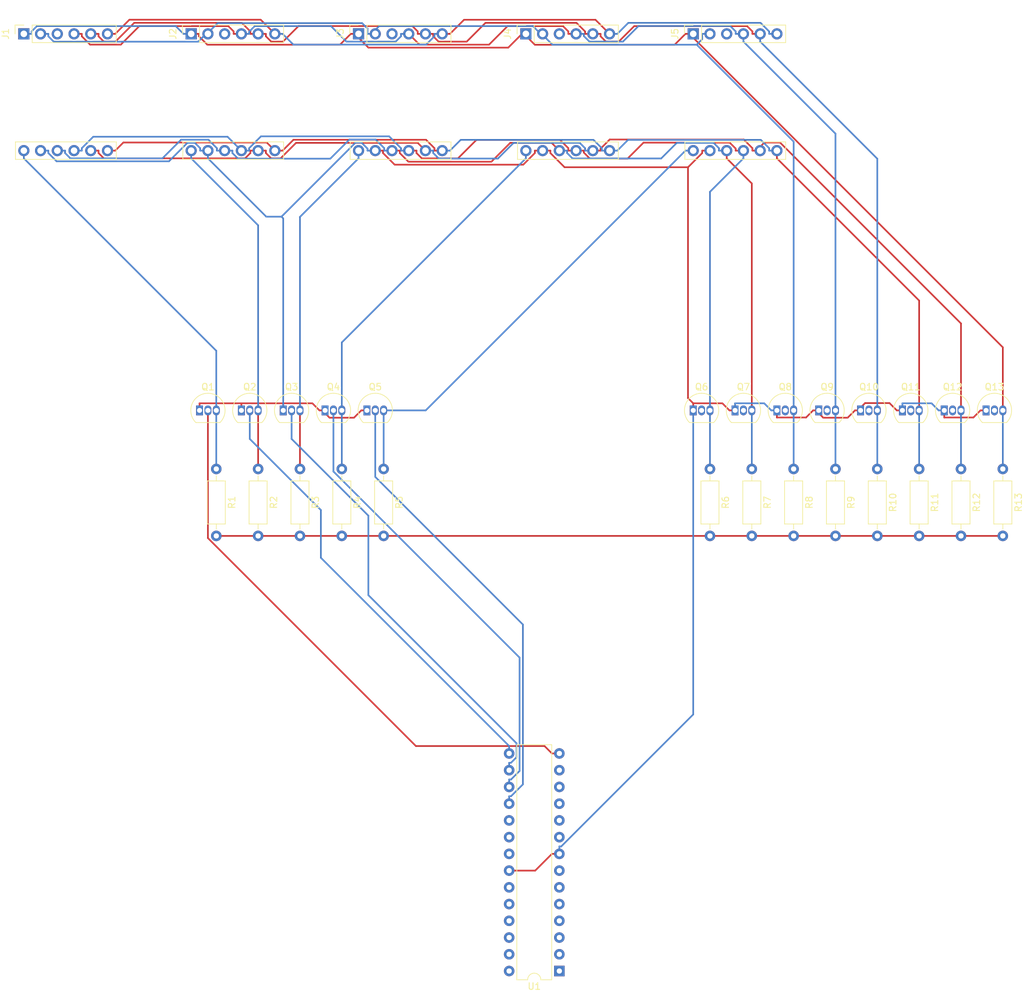
<source format=kicad_pcb>
(kicad_pcb (version 20171130) (host pcbnew "(5.1.9)-1")

  (general
    (thickness 1.6)
    (drawings 0)
    (tracks 433)
    (zones 0)
    (modules 32)
    (nets 56)
  )

  (page A4)
  (layers
    (0 F.Cu signal)
    (31 B.Cu signal)
    (32 B.Adhes user)
    (33 F.Adhes user)
    (34 B.Paste user)
    (35 F.Paste user)
    (36 B.SilkS user)
    (37 F.SilkS user)
    (38 B.Mask user)
    (39 F.Mask user)
    (40 Dwgs.User user)
    (41 Cmts.User user)
    (42 Eco1.User user)
    (43 Eco2.User user)
    (44 Edge.Cuts user)
    (45 Margin user)
    (46 B.CrtYd user)
    (47 F.CrtYd user)
    (48 B.Fab user)
    (49 F.Fab user)
  )

  (setup
    (last_trace_width 0.25)
    (trace_clearance 0.2)
    (zone_clearance 0.508)
    (zone_45_only no)
    (trace_min 0.2)
    (via_size 0.8)
    (via_drill 0.4)
    (via_min_size 0.4)
    (via_min_drill 0.3)
    (uvia_size 0.3)
    (uvia_drill 0.1)
    (uvias_allowed no)
    (uvia_min_size 0.2)
    (uvia_min_drill 0.1)
    (edge_width 0.1)
    (segment_width 0.2)
    (pcb_text_width 0.3)
    (pcb_text_size 1.5 1.5)
    (mod_edge_width 0.15)
    (mod_text_size 1 1)
    (mod_text_width 0.15)
    (pad_size 1.524 1.524)
    (pad_drill 0.762)
    (pad_to_mask_clearance 0)
    (aux_axis_origin 0 0)
    (visible_elements FFFFFF7F)
    (pcbplotparams
      (layerselection 0x010fc_ffffffff)
      (usegerberextensions false)
      (usegerberattributes true)
      (usegerberadvancedattributes true)
      (creategerberjobfile true)
      (excludeedgelayer true)
      (linewidth 0.100000)
      (plotframeref false)
      (viasonmask false)
      (mode 1)
      (useauxorigin false)
      (hpglpennumber 1)
      (hpglpenspeed 20)
      (hpglpendiameter 15.000000)
      (psnegative false)
      (psa4output false)
      (plotreference true)
      (plotvalue true)
      (plotinvisibletext false)
      (padsonsilk false)
      (subtractmaskfromsilk false)
      (outputformat 1)
      (mirror false)
      (drillshape 1)
      (scaleselection 1)
      (outputdirectory ""))
  )

  (net 0 "")
  (net 1 GND)
  (net 2 "Net-(J1-Pad12)")
  (net 3 "Net-(Q1-Pad2)")
  (net 4 "Net-(J2-Pad12)")
  (net 5 "Net-(Q2-Pad2)")
  (net 6 "Net-(J3-Pad12)")
  (net 7 "Net-(Q3-Pad2)")
  (net 8 "Net-(J4-Pad12)")
  (net 9 "Net-(Q4-Pad2)")
  (net 10 "Net-(J5-Pad12)")
  (net 11 "Net-(Q5-Pad2)")
  (net 12 "Net-(J1-Pad9)")
  (net 13 "Net-(Q6-Pad2)")
  (net 14 "Net-(J1-Pad10)")
  (net 15 "Net-(Q7-Pad2)")
  (net 16 "Net-(J1-Pad2)")
  (net 17 "Net-(Q8-Pad2)")
  (net 18 "Net-(J1-Pad4)")
  (net 19 "Net-(Q9-Pad2)")
  (net 20 "Net-(J1-Pad5)")
  (net 21 "Net-(Q10-Pad2)")
  (net 22 "Net-(J1-Pad7)")
  (net 23 "Net-(Q11-Pad2)")
  (net 24 "Net-(J1-Pad8)")
  (net 25 "Net-(Q12-Pad2)")
  (net 26 "Net-(J1-Pad1)")
  (net 27 "Net-(Q13-Pad2)")
  (net 28 "Net-(U1-Pad28)")
  (net 29 "Net-(U1-Pad27)")
  (net 30 "Net-(U1-Pad13)")
  (net 31 "Net-(U1-Pad26)")
  (net 32 "Net-(U1-Pad12)")
  (net 33 "Net-(U1-Pad25)")
  (net 34 "Net-(U1-Pad11)")
  (net 35 "Net-(U1-Pad24)")
  (net 36 "Net-(U1-Pad10)")
  (net 37 "Net-(U1-Pad23)")
  (net 38 "Net-(U1-Pad9)")
  (net 39 "Net-(U1-Pad21)")
  (net 40 "Net-(U1-Pad7)")
  (net 41 "Net-(U1-Pad20)")
  (net 42 "Net-(U1-Pad6)")
  (net 43 "Net-(U1-Pad19)")
  (net 44 "Net-(U1-Pad5)")
  (net 45 "Net-(U1-Pad4)")
  (net 46 "Net-(U1-Pad3)")
  (net 47 "Net-(U1-Pad2)")
  (net 48 "Net-(U1-Pad1)")
  (net 49 +1V0)
  (net 50 "Net-(J1-Pad3)")
  (net 51 "Net-(J2-Pad3)")
  (net 52 "Net-(J3-Pad3)")
  (net 53 "Net-(J4-Pad3)")
  (net 54 "Net-(J5-Pad3)")
  (net 55 +20V)

  (net_class Default "This is the default net class."
    (clearance 0.2)
    (trace_width 0.25)
    (via_dia 0.8)
    (via_drill 0.4)
    (uvia_dia 0.3)
    (uvia_drill 0.1)
    (add_net +1V0)
    (add_net +20V)
    (add_net GND)
    (add_net "Net-(J1-Pad1)")
    (add_net "Net-(J1-Pad10)")
    (add_net "Net-(J1-Pad12)")
    (add_net "Net-(J1-Pad2)")
    (add_net "Net-(J1-Pad3)")
    (add_net "Net-(J1-Pad4)")
    (add_net "Net-(J1-Pad5)")
    (add_net "Net-(J1-Pad7)")
    (add_net "Net-(J1-Pad8)")
    (add_net "Net-(J1-Pad9)")
    (add_net "Net-(J2-Pad12)")
    (add_net "Net-(J2-Pad3)")
    (add_net "Net-(J3-Pad12)")
    (add_net "Net-(J3-Pad3)")
    (add_net "Net-(J4-Pad12)")
    (add_net "Net-(J4-Pad3)")
    (add_net "Net-(J5-Pad12)")
    (add_net "Net-(J5-Pad3)")
    (add_net "Net-(Q1-Pad2)")
    (add_net "Net-(Q10-Pad2)")
    (add_net "Net-(Q11-Pad2)")
    (add_net "Net-(Q12-Pad2)")
    (add_net "Net-(Q13-Pad2)")
    (add_net "Net-(Q2-Pad2)")
    (add_net "Net-(Q3-Pad2)")
    (add_net "Net-(Q4-Pad2)")
    (add_net "Net-(Q5-Pad2)")
    (add_net "Net-(Q6-Pad2)")
    (add_net "Net-(Q7-Pad2)")
    (add_net "Net-(Q8-Pad2)")
    (add_net "Net-(Q9-Pad2)")
    (add_net "Net-(U1-Pad1)")
    (add_net "Net-(U1-Pad10)")
    (add_net "Net-(U1-Pad11)")
    (add_net "Net-(U1-Pad12)")
    (add_net "Net-(U1-Pad13)")
    (add_net "Net-(U1-Pad19)")
    (add_net "Net-(U1-Pad2)")
    (add_net "Net-(U1-Pad20)")
    (add_net "Net-(U1-Pad21)")
    (add_net "Net-(U1-Pad23)")
    (add_net "Net-(U1-Pad24)")
    (add_net "Net-(U1-Pad25)")
    (add_net "Net-(U1-Pad26)")
    (add_net "Net-(U1-Pad27)")
    (add_net "Net-(U1-Pad28)")
    (add_net "Net-(U1-Pad3)")
    (add_net "Net-(U1-Pad4)")
    (add_net "Net-(U1-Pad5)")
    (add_net "Net-(U1-Pad6)")
    (add_net "Net-(U1-Pad7)")
    (add_net "Net-(U1-Pad9)")
  )

  (module Package_DIP:DIP-28_W7.62mm (layer F.Cu) (tedit 5A02E8C5) (tstamp 605162EC)
    (at 106.68 163.83 180)
    (descr "28-lead though-hole mounted DIP package, row spacing 7.62 mm (300 mils)")
    (tags "THT DIP DIL PDIP 2.54mm 7.62mm 300mil")
    (path /60515909)
    (fp_text reference U1 (at 3.81 -2.33) (layer F.SilkS)
      (effects (font (size 1 1) (thickness 0.15)))
    )
    (fp_text value ATmega168-20PU (at 3.81 35.35) (layer F.Fab)
      (effects (font (size 1 1) (thickness 0.15)))
    )
    (fp_text user %R (at 3.81 16.51) (layer F.Fab)
      (effects (font (size 1 1) (thickness 0.15)))
    )
    (fp_arc (start 3.81 -1.33) (end 2.81 -1.33) (angle -180) (layer F.SilkS) (width 0.12))
    (fp_line (start 1.635 -1.27) (end 6.985 -1.27) (layer F.Fab) (width 0.1))
    (fp_line (start 6.985 -1.27) (end 6.985 34.29) (layer F.Fab) (width 0.1))
    (fp_line (start 6.985 34.29) (end 0.635 34.29) (layer F.Fab) (width 0.1))
    (fp_line (start 0.635 34.29) (end 0.635 -0.27) (layer F.Fab) (width 0.1))
    (fp_line (start 0.635 -0.27) (end 1.635 -1.27) (layer F.Fab) (width 0.1))
    (fp_line (start 2.81 -1.33) (end 1.16 -1.33) (layer F.SilkS) (width 0.12))
    (fp_line (start 1.16 -1.33) (end 1.16 34.35) (layer F.SilkS) (width 0.12))
    (fp_line (start 1.16 34.35) (end 6.46 34.35) (layer F.SilkS) (width 0.12))
    (fp_line (start 6.46 34.35) (end 6.46 -1.33) (layer F.SilkS) (width 0.12))
    (fp_line (start 6.46 -1.33) (end 4.81 -1.33) (layer F.SilkS) (width 0.12))
    (fp_line (start -1.1 -1.55) (end -1.1 34.55) (layer F.CrtYd) (width 0.05))
    (fp_line (start -1.1 34.55) (end 8.7 34.55) (layer F.CrtYd) (width 0.05))
    (fp_line (start 8.7 34.55) (end 8.7 -1.55) (layer F.CrtYd) (width 0.05))
    (fp_line (start 8.7 -1.55) (end -1.1 -1.55) (layer F.CrtYd) (width 0.05))
    (pad 28 thru_hole oval (at 7.62 0 180) (size 1.6 1.6) (drill 0.8) (layers *.Cu *.Mask)
      (net 28 "Net-(U1-Pad28)"))
    (pad 14 thru_hole oval (at 0 33.02 180) (size 1.6 1.6) (drill 0.8) (layers *.Cu *.Mask)
      (net 3 "Net-(Q1-Pad2)"))
    (pad 27 thru_hole oval (at 7.62 2.54 180) (size 1.6 1.6) (drill 0.8) (layers *.Cu *.Mask)
      (net 29 "Net-(U1-Pad27)"))
    (pad 13 thru_hole oval (at 0 30.48 180) (size 1.6 1.6) (drill 0.8) (layers *.Cu *.Mask)
      (net 30 "Net-(U1-Pad13)"))
    (pad 26 thru_hole oval (at 7.62 5.08 180) (size 1.6 1.6) (drill 0.8) (layers *.Cu *.Mask)
      (net 31 "Net-(U1-Pad26)"))
    (pad 12 thru_hole oval (at 0 27.94 180) (size 1.6 1.6) (drill 0.8) (layers *.Cu *.Mask)
      (net 32 "Net-(U1-Pad12)"))
    (pad 25 thru_hole oval (at 7.62 7.62 180) (size 1.6 1.6) (drill 0.8) (layers *.Cu *.Mask)
      (net 33 "Net-(U1-Pad25)"))
    (pad 11 thru_hole oval (at 0 25.4 180) (size 1.6 1.6) (drill 0.8) (layers *.Cu *.Mask)
      (net 34 "Net-(U1-Pad11)"))
    (pad 24 thru_hole oval (at 7.62 10.16 180) (size 1.6 1.6) (drill 0.8) (layers *.Cu *.Mask)
      (net 35 "Net-(U1-Pad24)"))
    (pad 10 thru_hole oval (at 0 22.86 180) (size 1.6 1.6) (drill 0.8) (layers *.Cu *.Mask)
      (net 36 "Net-(U1-Pad10)"))
    (pad 23 thru_hole oval (at 7.62 12.7 180) (size 1.6 1.6) (drill 0.8) (layers *.Cu *.Mask)
      (net 37 "Net-(U1-Pad23)"))
    (pad 9 thru_hole oval (at 0 20.32 180) (size 1.6 1.6) (drill 0.8) (layers *.Cu *.Mask)
      (net 38 "Net-(U1-Pad9)"))
    (pad 22 thru_hole oval (at 7.62 15.24 180) (size 1.6 1.6) (drill 0.8) (layers *.Cu *.Mask)
      (net 1 GND))
    (pad 8 thru_hole oval (at 0 17.78 180) (size 1.6 1.6) (drill 0.8) (layers *.Cu *.Mask)
      (net 1 GND))
    (pad 21 thru_hole oval (at 7.62 17.78 180) (size 1.6 1.6) (drill 0.8) (layers *.Cu *.Mask)
      (net 39 "Net-(U1-Pad21)"))
    (pad 7 thru_hole oval (at 0 15.24 180) (size 1.6 1.6) (drill 0.8) (layers *.Cu *.Mask)
      (net 40 "Net-(U1-Pad7)"))
    (pad 20 thru_hole oval (at 7.62 20.32 180) (size 1.6 1.6) (drill 0.8) (layers *.Cu *.Mask)
      (net 41 "Net-(U1-Pad20)"))
    (pad 6 thru_hole oval (at 0 12.7 180) (size 1.6 1.6) (drill 0.8) (layers *.Cu *.Mask)
      (net 42 "Net-(U1-Pad6)"))
    (pad 19 thru_hole oval (at 7.62 22.86 180) (size 1.6 1.6) (drill 0.8) (layers *.Cu *.Mask)
      (net 43 "Net-(U1-Pad19)"))
    (pad 5 thru_hole oval (at 0 10.16 180) (size 1.6 1.6) (drill 0.8) (layers *.Cu *.Mask)
      (net 44 "Net-(U1-Pad5)"))
    (pad 18 thru_hole oval (at 7.62 25.4 180) (size 1.6 1.6) (drill 0.8) (layers *.Cu *.Mask)
      (net 11 "Net-(Q5-Pad2)"))
    (pad 4 thru_hole oval (at 0 7.62 180) (size 1.6 1.6) (drill 0.8) (layers *.Cu *.Mask)
      (net 45 "Net-(U1-Pad4)"))
    (pad 17 thru_hole oval (at 7.62 27.94 180) (size 1.6 1.6) (drill 0.8) (layers *.Cu *.Mask)
      (net 9 "Net-(Q4-Pad2)"))
    (pad 3 thru_hole oval (at 0 5.08 180) (size 1.6 1.6) (drill 0.8) (layers *.Cu *.Mask)
      (net 46 "Net-(U1-Pad3)"))
    (pad 16 thru_hole oval (at 7.62 30.48 180) (size 1.6 1.6) (drill 0.8) (layers *.Cu *.Mask)
      (net 7 "Net-(Q3-Pad2)"))
    (pad 2 thru_hole oval (at 0 2.54 180) (size 1.6 1.6) (drill 0.8) (layers *.Cu *.Mask)
      (net 47 "Net-(U1-Pad2)"))
    (pad 15 thru_hole oval (at 7.62 33.02 180) (size 1.6 1.6) (drill 0.8) (layers *.Cu *.Mask)
      (net 5 "Net-(Q2-Pad2)"))
    (pad 1 thru_hole rect (at 0 0 180) (size 1.6 1.6) (drill 0.8) (layers *.Cu *.Mask)
      (net 48 "Net-(U1-Pad1)"))
    (model ${KISYS3DMOD}/Package_DIP.3dshapes/DIP-28_W7.62mm.wrl
      (at (xyz 0 0 0))
      (scale (xyz 1 1 1))
      (rotate (xyz 0 0 0))
    )
  )

  (module Resistor_THT:R_Axial_DIN0207_L6.3mm_D2.5mm_P10.16mm_Horizontal (layer F.Cu) (tedit 5AE5139B) (tstamp 605162BC)
    (at 173.99 87.63 270)
    (descr "Resistor, Axial_DIN0207 series, Axial, Horizontal, pin pitch=10.16mm, 0.25W = 1/4W, length*diameter=6.3*2.5mm^2, http://cdn-reichelt.de/documents/datenblatt/B400/1_4W%23YAG.pdf")
    (tags "Resistor Axial_DIN0207 series Axial Horizontal pin pitch 10.16mm 0.25W = 1/4W length 6.3mm diameter 2.5mm")
    (path /605579FC)
    (fp_text reference R13 (at 5.08 -2.37 90) (layer F.SilkS)
      (effects (font (size 1 1) (thickness 0.15)))
    )
    (fp_text value R (at 5.08 2.37 90) (layer F.Fab)
      (effects (font (size 1 1) (thickness 0.15)))
    )
    (fp_text user %R (at 5.08 0 90) (layer F.Fab)
      (effects (font (size 1 1) (thickness 0.15)))
    )
    (fp_line (start 1.93 -1.25) (end 1.93 1.25) (layer F.Fab) (width 0.1))
    (fp_line (start 1.93 1.25) (end 8.23 1.25) (layer F.Fab) (width 0.1))
    (fp_line (start 8.23 1.25) (end 8.23 -1.25) (layer F.Fab) (width 0.1))
    (fp_line (start 8.23 -1.25) (end 1.93 -1.25) (layer F.Fab) (width 0.1))
    (fp_line (start 0 0) (end 1.93 0) (layer F.Fab) (width 0.1))
    (fp_line (start 10.16 0) (end 8.23 0) (layer F.Fab) (width 0.1))
    (fp_line (start 1.81 -1.37) (end 1.81 1.37) (layer F.SilkS) (width 0.12))
    (fp_line (start 1.81 1.37) (end 8.35 1.37) (layer F.SilkS) (width 0.12))
    (fp_line (start 8.35 1.37) (end 8.35 -1.37) (layer F.SilkS) (width 0.12))
    (fp_line (start 8.35 -1.37) (end 1.81 -1.37) (layer F.SilkS) (width 0.12))
    (fp_line (start 1.04 0) (end 1.81 0) (layer F.SilkS) (width 0.12))
    (fp_line (start 9.12 0) (end 8.35 0) (layer F.SilkS) (width 0.12))
    (fp_line (start -1.05 -1.5) (end -1.05 1.5) (layer F.CrtYd) (width 0.05))
    (fp_line (start -1.05 1.5) (end 11.21 1.5) (layer F.CrtYd) (width 0.05))
    (fp_line (start 11.21 1.5) (end 11.21 -1.5) (layer F.CrtYd) (width 0.05))
    (fp_line (start 11.21 -1.5) (end -1.05 -1.5) (layer F.CrtYd) (width 0.05))
    (pad 2 thru_hole oval (at 10.16 0 270) (size 1.6 1.6) (drill 0.8) (layers *.Cu *.Mask)
      (net 55 +20V))
    (pad 1 thru_hole circle (at 0 0 270) (size 1.6 1.6) (drill 0.8) (layers *.Cu *.Mask)
      (net 26 "Net-(J1-Pad1)"))
    (model ${KISYS3DMOD}/Resistor_THT.3dshapes/R_Axial_DIN0207_L6.3mm_D2.5mm_P10.16mm_Horizontal.wrl
      (at (xyz 0 0 0))
      (scale (xyz 1 1 1))
      (rotate (xyz 0 0 0))
    )
  )

  (module Resistor_THT:R_Axial_DIN0207_L6.3mm_D2.5mm_P10.16mm_Horizontal (layer F.Cu) (tedit 5AE5139B) (tstamp 605162A5)
    (at 167.64 87.63 270)
    (descr "Resistor, Axial_DIN0207 series, Axial, Horizontal, pin pitch=10.16mm, 0.25W = 1/4W, length*diameter=6.3*2.5mm^2, http://cdn-reichelt.de/documents/datenblatt/B400/1_4W%23YAG.pdf")
    (tags "Resistor Axial_DIN0207 series Axial Horizontal pin pitch 10.16mm 0.25W = 1/4W length 6.3mm diameter 2.5mm")
    (path /6055B65D)
    (fp_text reference R12 (at 5.08 -2.37 90) (layer F.SilkS)
      (effects (font (size 1 1) (thickness 0.15)))
    )
    (fp_text value R (at 5.08 2.37 90) (layer F.Fab)
      (effects (font (size 1 1) (thickness 0.15)))
    )
    (fp_text user %R (at 5.08 0 90) (layer F.Fab)
      (effects (font (size 1 1) (thickness 0.15)))
    )
    (fp_line (start 1.93 -1.25) (end 1.93 1.25) (layer F.Fab) (width 0.1))
    (fp_line (start 1.93 1.25) (end 8.23 1.25) (layer F.Fab) (width 0.1))
    (fp_line (start 8.23 1.25) (end 8.23 -1.25) (layer F.Fab) (width 0.1))
    (fp_line (start 8.23 -1.25) (end 1.93 -1.25) (layer F.Fab) (width 0.1))
    (fp_line (start 0 0) (end 1.93 0) (layer F.Fab) (width 0.1))
    (fp_line (start 10.16 0) (end 8.23 0) (layer F.Fab) (width 0.1))
    (fp_line (start 1.81 -1.37) (end 1.81 1.37) (layer F.SilkS) (width 0.12))
    (fp_line (start 1.81 1.37) (end 8.35 1.37) (layer F.SilkS) (width 0.12))
    (fp_line (start 8.35 1.37) (end 8.35 -1.37) (layer F.SilkS) (width 0.12))
    (fp_line (start 8.35 -1.37) (end 1.81 -1.37) (layer F.SilkS) (width 0.12))
    (fp_line (start 1.04 0) (end 1.81 0) (layer F.SilkS) (width 0.12))
    (fp_line (start 9.12 0) (end 8.35 0) (layer F.SilkS) (width 0.12))
    (fp_line (start -1.05 -1.5) (end -1.05 1.5) (layer F.CrtYd) (width 0.05))
    (fp_line (start -1.05 1.5) (end 11.21 1.5) (layer F.CrtYd) (width 0.05))
    (fp_line (start 11.21 1.5) (end 11.21 -1.5) (layer F.CrtYd) (width 0.05))
    (fp_line (start 11.21 -1.5) (end -1.05 -1.5) (layer F.CrtYd) (width 0.05))
    (pad 2 thru_hole oval (at 10.16 0 270) (size 1.6 1.6) (drill 0.8) (layers *.Cu *.Mask)
      (net 55 +20V))
    (pad 1 thru_hole circle (at 0 0 270) (size 1.6 1.6) (drill 0.8) (layers *.Cu *.Mask)
      (net 24 "Net-(J1-Pad8)"))
    (model ${KISYS3DMOD}/Resistor_THT.3dshapes/R_Axial_DIN0207_L6.3mm_D2.5mm_P10.16mm_Horizontal.wrl
      (at (xyz 0 0 0))
      (scale (xyz 1 1 1))
      (rotate (xyz 0 0 0))
    )
  )

  (module Resistor_THT:R_Axial_DIN0207_L6.3mm_D2.5mm_P10.16mm_Horizontal (layer F.Cu) (tedit 5AE5139B) (tstamp 6051628E)
    (at 161.29 87.63 270)
    (descr "Resistor, Axial_DIN0207 series, Axial, Horizontal, pin pitch=10.16mm, 0.25W = 1/4W, length*diameter=6.3*2.5mm^2, http://cdn-reichelt.de/documents/datenblatt/B400/1_4W%23YAG.pdf")
    (tags "Resistor Axial_DIN0207 series Axial Horizontal pin pitch 10.16mm 0.25W = 1/4W length 6.3mm diameter 2.5mm")
    (path /6055BC5D)
    (fp_text reference R11 (at 5.08 -2.37 90) (layer F.SilkS)
      (effects (font (size 1 1) (thickness 0.15)))
    )
    (fp_text value R (at 5.08 2.37 90) (layer F.Fab)
      (effects (font (size 1 1) (thickness 0.15)))
    )
    (fp_text user %R (at 5.08 0 90) (layer F.Fab)
      (effects (font (size 1 1) (thickness 0.15)))
    )
    (fp_line (start 1.93 -1.25) (end 1.93 1.25) (layer F.Fab) (width 0.1))
    (fp_line (start 1.93 1.25) (end 8.23 1.25) (layer F.Fab) (width 0.1))
    (fp_line (start 8.23 1.25) (end 8.23 -1.25) (layer F.Fab) (width 0.1))
    (fp_line (start 8.23 -1.25) (end 1.93 -1.25) (layer F.Fab) (width 0.1))
    (fp_line (start 0 0) (end 1.93 0) (layer F.Fab) (width 0.1))
    (fp_line (start 10.16 0) (end 8.23 0) (layer F.Fab) (width 0.1))
    (fp_line (start 1.81 -1.37) (end 1.81 1.37) (layer F.SilkS) (width 0.12))
    (fp_line (start 1.81 1.37) (end 8.35 1.37) (layer F.SilkS) (width 0.12))
    (fp_line (start 8.35 1.37) (end 8.35 -1.37) (layer F.SilkS) (width 0.12))
    (fp_line (start 8.35 -1.37) (end 1.81 -1.37) (layer F.SilkS) (width 0.12))
    (fp_line (start 1.04 0) (end 1.81 0) (layer F.SilkS) (width 0.12))
    (fp_line (start 9.12 0) (end 8.35 0) (layer F.SilkS) (width 0.12))
    (fp_line (start -1.05 -1.5) (end -1.05 1.5) (layer F.CrtYd) (width 0.05))
    (fp_line (start -1.05 1.5) (end 11.21 1.5) (layer F.CrtYd) (width 0.05))
    (fp_line (start 11.21 1.5) (end 11.21 -1.5) (layer F.CrtYd) (width 0.05))
    (fp_line (start 11.21 -1.5) (end -1.05 -1.5) (layer F.CrtYd) (width 0.05))
    (pad 2 thru_hole oval (at 10.16 0 270) (size 1.6 1.6) (drill 0.8) (layers *.Cu *.Mask)
      (net 55 +20V))
    (pad 1 thru_hole circle (at 0 0 270) (size 1.6 1.6) (drill 0.8) (layers *.Cu *.Mask)
      (net 22 "Net-(J1-Pad7)"))
    (model ${KISYS3DMOD}/Resistor_THT.3dshapes/R_Axial_DIN0207_L6.3mm_D2.5mm_P10.16mm_Horizontal.wrl
      (at (xyz 0 0 0))
      (scale (xyz 1 1 1))
      (rotate (xyz 0 0 0))
    )
  )

  (module Resistor_THT:R_Axial_DIN0207_L6.3mm_D2.5mm_P10.16mm_Horizontal (layer F.Cu) (tedit 5AE5139B) (tstamp 60516277)
    (at 154.94 87.63 270)
    (descr "Resistor, Axial_DIN0207 series, Axial, Horizontal, pin pitch=10.16mm, 0.25W = 1/4W, length*diameter=6.3*2.5mm^2, http://cdn-reichelt.de/documents/datenblatt/B400/1_4W%23YAG.pdf")
    (tags "Resistor Axial_DIN0207 series Axial Horizontal pin pitch 10.16mm 0.25W = 1/4W length 6.3mm diameter 2.5mm")
    (path /6055C26D)
    (fp_text reference R10 (at 5.08 -2.37 90) (layer F.SilkS)
      (effects (font (size 1 1) (thickness 0.15)))
    )
    (fp_text value R (at 5.08 2.37 90) (layer F.Fab)
      (effects (font (size 1 1) (thickness 0.15)))
    )
    (fp_text user %R (at 5.08 0 90) (layer F.Fab)
      (effects (font (size 1 1) (thickness 0.15)))
    )
    (fp_line (start 1.93 -1.25) (end 1.93 1.25) (layer F.Fab) (width 0.1))
    (fp_line (start 1.93 1.25) (end 8.23 1.25) (layer F.Fab) (width 0.1))
    (fp_line (start 8.23 1.25) (end 8.23 -1.25) (layer F.Fab) (width 0.1))
    (fp_line (start 8.23 -1.25) (end 1.93 -1.25) (layer F.Fab) (width 0.1))
    (fp_line (start 0 0) (end 1.93 0) (layer F.Fab) (width 0.1))
    (fp_line (start 10.16 0) (end 8.23 0) (layer F.Fab) (width 0.1))
    (fp_line (start 1.81 -1.37) (end 1.81 1.37) (layer F.SilkS) (width 0.12))
    (fp_line (start 1.81 1.37) (end 8.35 1.37) (layer F.SilkS) (width 0.12))
    (fp_line (start 8.35 1.37) (end 8.35 -1.37) (layer F.SilkS) (width 0.12))
    (fp_line (start 8.35 -1.37) (end 1.81 -1.37) (layer F.SilkS) (width 0.12))
    (fp_line (start 1.04 0) (end 1.81 0) (layer F.SilkS) (width 0.12))
    (fp_line (start 9.12 0) (end 8.35 0) (layer F.SilkS) (width 0.12))
    (fp_line (start -1.05 -1.5) (end -1.05 1.5) (layer F.CrtYd) (width 0.05))
    (fp_line (start -1.05 1.5) (end 11.21 1.5) (layer F.CrtYd) (width 0.05))
    (fp_line (start 11.21 1.5) (end 11.21 -1.5) (layer F.CrtYd) (width 0.05))
    (fp_line (start 11.21 -1.5) (end -1.05 -1.5) (layer F.CrtYd) (width 0.05))
    (pad 2 thru_hole oval (at 10.16 0 270) (size 1.6 1.6) (drill 0.8) (layers *.Cu *.Mask)
      (net 55 +20V))
    (pad 1 thru_hole circle (at 0 0 270) (size 1.6 1.6) (drill 0.8) (layers *.Cu *.Mask)
      (net 20 "Net-(J1-Pad5)"))
    (model ${KISYS3DMOD}/Resistor_THT.3dshapes/R_Axial_DIN0207_L6.3mm_D2.5mm_P10.16mm_Horizontal.wrl
      (at (xyz 0 0 0))
      (scale (xyz 1 1 1))
      (rotate (xyz 0 0 0))
    )
  )

  (module Resistor_THT:R_Axial_DIN0207_L6.3mm_D2.5mm_P10.16mm_Horizontal (layer F.Cu) (tedit 5AE5139B) (tstamp 60516260)
    (at 148.59 87.63 270)
    (descr "Resistor, Axial_DIN0207 series, Axial, Horizontal, pin pitch=10.16mm, 0.25W = 1/4W, length*diameter=6.3*2.5mm^2, http://cdn-reichelt.de/documents/datenblatt/B400/1_4W%23YAG.pdf")
    (tags "Resistor Axial_DIN0207 series Axial Horizontal pin pitch 10.16mm 0.25W = 1/4W length 6.3mm diameter 2.5mm")
    (path /6055C88D)
    (fp_text reference R9 (at 5.08 -2.37 90) (layer F.SilkS)
      (effects (font (size 1 1) (thickness 0.15)))
    )
    (fp_text value R (at 5.08 2.37 90) (layer F.Fab)
      (effects (font (size 1 1) (thickness 0.15)))
    )
    (fp_text user %R (at 5.08 0 90) (layer F.Fab)
      (effects (font (size 1 1) (thickness 0.15)))
    )
    (fp_line (start 1.93 -1.25) (end 1.93 1.25) (layer F.Fab) (width 0.1))
    (fp_line (start 1.93 1.25) (end 8.23 1.25) (layer F.Fab) (width 0.1))
    (fp_line (start 8.23 1.25) (end 8.23 -1.25) (layer F.Fab) (width 0.1))
    (fp_line (start 8.23 -1.25) (end 1.93 -1.25) (layer F.Fab) (width 0.1))
    (fp_line (start 0 0) (end 1.93 0) (layer F.Fab) (width 0.1))
    (fp_line (start 10.16 0) (end 8.23 0) (layer F.Fab) (width 0.1))
    (fp_line (start 1.81 -1.37) (end 1.81 1.37) (layer F.SilkS) (width 0.12))
    (fp_line (start 1.81 1.37) (end 8.35 1.37) (layer F.SilkS) (width 0.12))
    (fp_line (start 8.35 1.37) (end 8.35 -1.37) (layer F.SilkS) (width 0.12))
    (fp_line (start 8.35 -1.37) (end 1.81 -1.37) (layer F.SilkS) (width 0.12))
    (fp_line (start 1.04 0) (end 1.81 0) (layer F.SilkS) (width 0.12))
    (fp_line (start 9.12 0) (end 8.35 0) (layer F.SilkS) (width 0.12))
    (fp_line (start -1.05 -1.5) (end -1.05 1.5) (layer F.CrtYd) (width 0.05))
    (fp_line (start -1.05 1.5) (end 11.21 1.5) (layer F.CrtYd) (width 0.05))
    (fp_line (start 11.21 1.5) (end 11.21 -1.5) (layer F.CrtYd) (width 0.05))
    (fp_line (start 11.21 -1.5) (end -1.05 -1.5) (layer F.CrtYd) (width 0.05))
    (pad 2 thru_hole oval (at 10.16 0 270) (size 1.6 1.6) (drill 0.8) (layers *.Cu *.Mask)
      (net 55 +20V))
    (pad 1 thru_hole circle (at 0 0 270) (size 1.6 1.6) (drill 0.8) (layers *.Cu *.Mask)
      (net 18 "Net-(J1-Pad4)"))
    (model ${KISYS3DMOD}/Resistor_THT.3dshapes/R_Axial_DIN0207_L6.3mm_D2.5mm_P10.16mm_Horizontal.wrl
      (at (xyz 0 0 0))
      (scale (xyz 1 1 1))
      (rotate (xyz 0 0 0))
    )
  )

  (module Resistor_THT:R_Axial_DIN0207_L6.3mm_D2.5mm_P10.16mm_Horizontal (layer F.Cu) (tedit 5AE5139B) (tstamp 60516249)
    (at 142.24 87.63 270)
    (descr "Resistor, Axial_DIN0207 series, Axial, Horizontal, pin pitch=10.16mm, 0.25W = 1/4W, length*diameter=6.3*2.5mm^2, http://cdn-reichelt.de/documents/datenblatt/B400/1_4W%23YAG.pdf")
    (tags "Resistor Axial_DIN0207 series Axial Horizontal pin pitch 10.16mm 0.25W = 1/4W length 6.3mm diameter 2.5mm")
    (path /6055CEBD)
    (fp_text reference R8 (at 5.08 -2.37 90) (layer F.SilkS)
      (effects (font (size 1 1) (thickness 0.15)))
    )
    (fp_text value R (at 5.08 2.37 90) (layer F.Fab)
      (effects (font (size 1 1) (thickness 0.15)))
    )
    (fp_text user %R (at 5.08 0 90) (layer F.Fab)
      (effects (font (size 1 1) (thickness 0.15)))
    )
    (fp_line (start 1.93 -1.25) (end 1.93 1.25) (layer F.Fab) (width 0.1))
    (fp_line (start 1.93 1.25) (end 8.23 1.25) (layer F.Fab) (width 0.1))
    (fp_line (start 8.23 1.25) (end 8.23 -1.25) (layer F.Fab) (width 0.1))
    (fp_line (start 8.23 -1.25) (end 1.93 -1.25) (layer F.Fab) (width 0.1))
    (fp_line (start 0 0) (end 1.93 0) (layer F.Fab) (width 0.1))
    (fp_line (start 10.16 0) (end 8.23 0) (layer F.Fab) (width 0.1))
    (fp_line (start 1.81 -1.37) (end 1.81 1.37) (layer F.SilkS) (width 0.12))
    (fp_line (start 1.81 1.37) (end 8.35 1.37) (layer F.SilkS) (width 0.12))
    (fp_line (start 8.35 1.37) (end 8.35 -1.37) (layer F.SilkS) (width 0.12))
    (fp_line (start 8.35 -1.37) (end 1.81 -1.37) (layer F.SilkS) (width 0.12))
    (fp_line (start 1.04 0) (end 1.81 0) (layer F.SilkS) (width 0.12))
    (fp_line (start 9.12 0) (end 8.35 0) (layer F.SilkS) (width 0.12))
    (fp_line (start -1.05 -1.5) (end -1.05 1.5) (layer F.CrtYd) (width 0.05))
    (fp_line (start -1.05 1.5) (end 11.21 1.5) (layer F.CrtYd) (width 0.05))
    (fp_line (start 11.21 1.5) (end 11.21 -1.5) (layer F.CrtYd) (width 0.05))
    (fp_line (start 11.21 -1.5) (end -1.05 -1.5) (layer F.CrtYd) (width 0.05))
    (pad 2 thru_hole oval (at 10.16 0 270) (size 1.6 1.6) (drill 0.8) (layers *.Cu *.Mask)
      (net 55 +20V))
    (pad 1 thru_hole circle (at 0 0 270) (size 1.6 1.6) (drill 0.8) (layers *.Cu *.Mask)
      (net 16 "Net-(J1-Pad2)"))
    (model ${KISYS3DMOD}/Resistor_THT.3dshapes/R_Axial_DIN0207_L6.3mm_D2.5mm_P10.16mm_Horizontal.wrl
      (at (xyz 0 0 0))
      (scale (xyz 1 1 1))
      (rotate (xyz 0 0 0))
    )
  )

  (module Resistor_THT:R_Axial_DIN0207_L6.3mm_D2.5mm_P10.16mm_Horizontal (layer F.Cu) (tedit 5AE5139B) (tstamp 60516232)
    (at 135.89 87.63 270)
    (descr "Resistor, Axial_DIN0207 series, Axial, Horizontal, pin pitch=10.16mm, 0.25W = 1/4W, length*diameter=6.3*2.5mm^2, http://cdn-reichelt.de/documents/datenblatt/B400/1_4W%23YAG.pdf")
    (tags "Resistor Axial_DIN0207 series Axial Horizontal pin pitch 10.16mm 0.25W = 1/4W length 6.3mm diameter 2.5mm")
    (path /6055D5A6)
    (fp_text reference R7 (at 5.08 -2.37 90) (layer F.SilkS)
      (effects (font (size 1 1) (thickness 0.15)))
    )
    (fp_text value R (at 5.08 2.37 90) (layer F.Fab)
      (effects (font (size 1 1) (thickness 0.15)))
    )
    (fp_text user %R (at 5.08 0 90) (layer F.Fab)
      (effects (font (size 1 1) (thickness 0.15)))
    )
    (fp_line (start 1.93 -1.25) (end 1.93 1.25) (layer F.Fab) (width 0.1))
    (fp_line (start 1.93 1.25) (end 8.23 1.25) (layer F.Fab) (width 0.1))
    (fp_line (start 8.23 1.25) (end 8.23 -1.25) (layer F.Fab) (width 0.1))
    (fp_line (start 8.23 -1.25) (end 1.93 -1.25) (layer F.Fab) (width 0.1))
    (fp_line (start 0 0) (end 1.93 0) (layer F.Fab) (width 0.1))
    (fp_line (start 10.16 0) (end 8.23 0) (layer F.Fab) (width 0.1))
    (fp_line (start 1.81 -1.37) (end 1.81 1.37) (layer F.SilkS) (width 0.12))
    (fp_line (start 1.81 1.37) (end 8.35 1.37) (layer F.SilkS) (width 0.12))
    (fp_line (start 8.35 1.37) (end 8.35 -1.37) (layer F.SilkS) (width 0.12))
    (fp_line (start 8.35 -1.37) (end 1.81 -1.37) (layer F.SilkS) (width 0.12))
    (fp_line (start 1.04 0) (end 1.81 0) (layer F.SilkS) (width 0.12))
    (fp_line (start 9.12 0) (end 8.35 0) (layer F.SilkS) (width 0.12))
    (fp_line (start -1.05 -1.5) (end -1.05 1.5) (layer F.CrtYd) (width 0.05))
    (fp_line (start -1.05 1.5) (end 11.21 1.5) (layer F.CrtYd) (width 0.05))
    (fp_line (start 11.21 1.5) (end 11.21 -1.5) (layer F.CrtYd) (width 0.05))
    (fp_line (start 11.21 -1.5) (end -1.05 -1.5) (layer F.CrtYd) (width 0.05))
    (pad 2 thru_hole oval (at 10.16 0 270) (size 1.6 1.6) (drill 0.8) (layers *.Cu *.Mask)
      (net 55 +20V))
    (pad 1 thru_hole circle (at 0 0 270) (size 1.6 1.6) (drill 0.8) (layers *.Cu *.Mask)
      (net 14 "Net-(J1-Pad10)"))
    (model ${KISYS3DMOD}/Resistor_THT.3dshapes/R_Axial_DIN0207_L6.3mm_D2.5mm_P10.16mm_Horizontal.wrl
      (at (xyz 0 0 0))
      (scale (xyz 1 1 1))
      (rotate (xyz 0 0 0))
    )
  )

  (module Resistor_THT:R_Axial_DIN0207_L6.3mm_D2.5mm_P10.16mm_Horizontal (layer F.Cu) (tedit 5AE5139B) (tstamp 6051621B)
    (at 129.54 87.63 270)
    (descr "Resistor, Axial_DIN0207 series, Axial, Horizontal, pin pitch=10.16mm, 0.25W = 1/4W, length*diameter=6.3*2.5mm^2, http://cdn-reichelt.de/documents/datenblatt/B400/1_4W%23YAG.pdf")
    (tags "Resistor Axial_DIN0207 series Axial Horizontal pin pitch 10.16mm 0.25W = 1/4W length 6.3mm diameter 2.5mm")
    (path /6055DCAA)
    (fp_text reference R6 (at 5.08 -2.37 90) (layer F.SilkS)
      (effects (font (size 1 1) (thickness 0.15)))
    )
    (fp_text value R (at 5.08 2.37 90) (layer F.Fab)
      (effects (font (size 1 1) (thickness 0.15)))
    )
    (fp_text user %R (at 5.08 0 90) (layer F.Fab)
      (effects (font (size 1 1) (thickness 0.15)))
    )
    (fp_line (start 1.93 -1.25) (end 1.93 1.25) (layer F.Fab) (width 0.1))
    (fp_line (start 1.93 1.25) (end 8.23 1.25) (layer F.Fab) (width 0.1))
    (fp_line (start 8.23 1.25) (end 8.23 -1.25) (layer F.Fab) (width 0.1))
    (fp_line (start 8.23 -1.25) (end 1.93 -1.25) (layer F.Fab) (width 0.1))
    (fp_line (start 0 0) (end 1.93 0) (layer F.Fab) (width 0.1))
    (fp_line (start 10.16 0) (end 8.23 0) (layer F.Fab) (width 0.1))
    (fp_line (start 1.81 -1.37) (end 1.81 1.37) (layer F.SilkS) (width 0.12))
    (fp_line (start 1.81 1.37) (end 8.35 1.37) (layer F.SilkS) (width 0.12))
    (fp_line (start 8.35 1.37) (end 8.35 -1.37) (layer F.SilkS) (width 0.12))
    (fp_line (start 8.35 -1.37) (end 1.81 -1.37) (layer F.SilkS) (width 0.12))
    (fp_line (start 1.04 0) (end 1.81 0) (layer F.SilkS) (width 0.12))
    (fp_line (start 9.12 0) (end 8.35 0) (layer F.SilkS) (width 0.12))
    (fp_line (start -1.05 -1.5) (end -1.05 1.5) (layer F.CrtYd) (width 0.05))
    (fp_line (start -1.05 1.5) (end 11.21 1.5) (layer F.CrtYd) (width 0.05))
    (fp_line (start 11.21 1.5) (end 11.21 -1.5) (layer F.CrtYd) (width 0.05))
    (fp_line (start 11.21 -1.5) (end -1.05 -1.5) (layer F.CrtYd) (width 0.05))
    (pad 2 thru_hole oval (at 10.16 0 270) (size 1.6 1.6) (drill 0.8) (layers *.Cu *.Mask)
      (net 55 +20V))
    (pad 1 thru_hole circle (at 0 0 270) (size 1.6 1.6) (drill 0.8) (layers *.Cu *.Mask)
      (net 12 "Net-(J1-Pad9)"))
    (model ${KISYS3DMOD}/Resistor_THT.3dshapes/R_Axial_DIN0207_L6.3mm_D2.5mm_P10.16mm_Horizontal.wrl
      (at (xyz 0 0 0))
      (scale (xyz 1 1 1))
      (rotate (xyz 0 0 0))
    )
  )

  (module Resistor_THT:R_Axial_DIN0207_L6.3mm_D2.5mm_P10.16mm_Horizontal (layer F.Cu) (tedit 5AE5139B) (tstamp 60516204)
    (at 80.01 87.63 270)
    (descr "Resistor, Axial_DIN0207 series, Axial, Horizontal, pin pitch=10.16mm, 0.25W = 1/4W, length*diameter=6.3*2.5mm^2, http://cdn-reichelt.de/documents/datenblatt/B400/1_4W%23YAG.pdf")
    (tags "Resistor Axial_DIN0207 series Axial Horizontal pin pitch 10.16mm 0.25W = 1/4W length 6.3mm diameter 2.5mm")
    (path /60532933)
    (fp_text reference R5 (at 5.08 -2.37 90) (layer F.SilkS)
      (effects (font (size 1 1) (thickness 0.15)))
    )
    (fp_text value 10k (at 5.08 2.37 90) (layer F.Fab)
      (effects (font (size 1 1) (thickness 0.15)))
    )
    (fp_text user %R (at 5.08 0 90) (layer F.Fab)
      (effects (font (size 1 1) (thickness 0.15)))
    )
    (fp_line (start 1.93 -1.25) (end 1.93 1.25) (layer F.Fab) (width 0.1))
    (fp_line (start 1.93 1.25) (end 8.23 1.25) (layer F.Fab) (width 0.1))
    (fp_line (start 8.23 1.25) (end 8.23 -1.25) (layer F.Fab) (width 0.1))
    (fp_line (start 8.23 -1.25) (end 1.93 -1.25) (layer F.Fab) (width 0.1))
    (fp_line (start 0 0) (end 1.93 0) (layer F.Fab) (width 0.1))
    (fp_line (start 10.16 0) (end 8.23 0) (layer F.Fab) (width 0.1))
    (fp_line (start 1.81 -1.37) (end 1.81 1.37) (layer F.SilkS) (width 0.12))
    (fp_line (start 1.81 1.37) (end 8.35 1.37) (layer F.SilkS) (width 0.12))
    (fp_line (start 8.35 1.37) (end 8.35 -1.37) (layer F.SilkS) (width 0.12))
    (fp_line (start 8.35 -1.37) (end 1.81 -1.37) (layer F.SilkS) (width 0.12))
    (fp_line (start 1.04 0) (end 1.81 0) (layer F.SilkS) (width 0.12))
    (fp_line (start 9.12 0) (end 8.35 0) (layer F.SilkS) (width 0.12))
    (fp_line (start -1.05 -1.5) (end -1.05 1.5) (layer F.CrtYd) (width 0.05))
    (fp_line (start -1.05 1.5) (end 11.21 1.5) (layer F.CrtYd) (width 0.05))
    (fp_line (start 11.21 1.5) (end 11.21 -1.5) (layer F.CrtYd) (width 0.05))
    (fp_line (start 11.21 -1.5) (end -1.05 -1.5) (layer F.CrtYd) (width 0.05))
    (pad 2 thru_hole oval (at 10.16 0 270) (size 1.6 1.6) (drill 0.8) (layers *.Cu *.Mask)
      (net 55 +20V))
    (pad 1 thru_hole circle (at 0 0 270) (size 1.6 1.6) (drill 0.8) (layers *.Cu *.Mask)
      (net 10 "Net-(J5-Pad12)"))
    (model ${KISYS3DMOD}/Resistor_THT.3dshapes/R_Axial_DIN0207_L6.3mm_D2.5mm_P10.16mm_Horizontal.wrl
      (at (xyz 0 0 0))
      (scale (xyz 1 1 1))
      (rotate (xyz 0 0 0))
    )
  )

  (module Resistor_THT:R_Axial_DIN0207_L6.3mm_D2.5mm_P10.16mm_Horizontal (layer F.Cu) (tedit 5AE5139B) (tstamp 605161ED)
    (at 73.66 87.63 270)
    (descr "Resistor, Axial_DIN0207 series, Axial, Horizontal, pin pitch=10.16mm, 0.25W = 1/4W, length*diameter=6.3*2.5mm^2, http://cdn-reichelt.de/documents/datenblatt/B400/1_4W%23YAG.pdf")
    (tags "Resistor Axial_DIN0207 series Axial Horizontal pin pitch 10.16mm 0.25W = 1/4W length 6.3mm diameter 2.5mm")
    (path /60532523)
    (fp_text reference R4 (at 5.08 -2.37 90) (layer F.SilkS)
      (effects (font (size 1 1) (thickness 0.15)))
    )
    (fp_text value 10k (at 5.08 2.37 90) (layer F.Fab)
      (effects (font (size 1 1) (thickness 0.15)))
    )
    (fp_text user %R (at 5.08 0 90) (layer F.Fab)
      (effects (font (size 1 1) (thickness 0.15)))
    )
    (fp_line (start 1.93 -1.25) (end 1.93 1.25) (layer F.Fab) (width 0.1))
    (fp_line (start 1.93 1.25) (end 8.23 1.25) (layer F.Fab) (width 0.1))
    (fp_line (start 8.23 1.25) (end 8.23 -1.25) (layer F.Fab) (width 0.1))
    (fp_line (start 8.23 -1.25) (end 1.93 -1.25) (layer F.Fab) (width 0.1))
    (fp_line (start 0 0) (end 1.93 0) (layer F.Fab) (width 0.1))
    (fp_line (start 10.16 0) (end 8.23 0) (layer F.Fab) (width 0.1))
    (fp_line (start 1.81 -1.37) (end 1.81 1.37) (layer F.SilkS) (width 0.12))
    (fp_line (start 1.81 1.37) (end 8.35 1.37) (layer F.SilkS) (width 0.12))
    (fp_line (start 8.35 1.37) (end 8.35 -1.37) (layer F.SilkS) (width 0.12))
    (fp_line (start 8.35 -1.37) (end 1.81 -1.37) (layer F.SilkS) (width 0.12))
    (fp_line (start 1.04 0) (end 1.81 0) (layer F.SilkS) (width 0.12))
    (fp_line (start 9.12 0) (end 8.35 0) (layer F.SilkS) (width 0.12))
    (fp_line (start -1.05 -1.5) (end -1.05 1.5) (layer F.CrtYd) (width 0.05))
    (fp_line (start -1.05 1.5) (end 11.21 1.5) (layer F.CrtYd) (width 0.05))
    (fp_line (start 11.21 1.5) (end 11.21 -1.5) (layer F.CrtYd) (width 0.05))
    (fp_line (start 11.21 -1.5) (end -1.05 -1.5) (layer F.CrtYd) (width 0.05))
    (pad 2 thru_hole oval (at 10.16 0 270) (size 1.6 1.6) (drill 0.8) (layers *.Cu *.Mask)
      (net 55 +20V))
    (pad 1 thru_hole circle (at 0 0 270) (size 1.6 1.6) (drill 0.8) (layers *.Cu *.Mask)
      (net 8 "Net-(J4-Pad12)"))
    (model ${KISYS3DMOD}/Resistor_THT.3dshapes/R_Axial_DIN0207_L6.3mm_D2.5mm_P10.16mm_Horizontal.wrl
      (at (xyz 0 0 0))
      (scale (xyz 1 1 1))
      (rotate (xyz 0 0 0))
    )
  )

  (module Resistor_THT:R_Axial_DIN0207_L6.3mm_D2.5mm_P10.16mm_Horizontal (layer F.Cu) (tedit 5AE5139B) (tstamp 605161D6)
    (at 67.31 87.63 270)
    (descr "Resistor, Axial_DIN0207 series, Axial, Horizontal, pin pitch=10.16mm, 0.25W = 1/4W, length*diameter=6.3*2.5mm^2, http://cdn-reichelt.de/documents/datenblatt/B400/1_4W%23YAG.pdf")
    (tags "Resistor Axial_DIN0207 series Axial Horizontal pin pitch 10.16mm 0.25W = 1/4W length 6.3mm diameter 2.5mm")
    (path /6053206C)
    (fp_text reference R3 (at 5.08 -2.37 90) (layer F.SilkS)
      (effects (font (size 1 1) (thickness 0.15)))
    )
    (fp_text value 10k (at 5.08 2.37 90) (layer F.Fab)
      (effects (font (size 1 1) (thickness 0.15)))
    )
    (fp_text user %R (at 5.08 0 90) (layer F.Fab)
      (effects (font (size 1 1) (thickness 0.15)))
    )
    (fp_line (start 1.93 -1.25) (end 1.93 1.25) (layer F.Fab) (width 0.1))
    (fp_line (start 1.93 1.25) (end 8.23 1.25) (layer F.Fab) (width 0.1))
    (fp_line (start 8.23 1.25) (end 8.23 -1.25) (layer F.Fab) (width 0.1))
    (fp_line (start 8.23 -1.25) (end 1.93 -1.25) (layer F.Fab) (width 0.1))
    (fp_line (start 0 0) (end 1.93 0) (layer F.Fab) (width 0.1))
    (fp_line (start 10.16 0) (end 8.23 0) (layer F.Fab) (width 0.1))
    (fp_line (start 1.81 -1.37) (end 1.81 1.37) (layer F.SilkS) (width 0.12))
    (fp_line (start 1.81 1.37) (end 8.35 1.37) (layer F.SilkS) (width 0.12))
    (fp_line (start 8.35 1.37) (end 8.35 -1.37) (layer F.SilkS) (width 0.12))
    (fp_line (start 8.35 -1.37) (end 1.81 -1.37) (layer F.SilkS) (width 0.12))
    (fp_line (start 1.04 0) (end 1.81 0) (layer F.SilkS) (width 0.12))
    (fp_line (start 9.12 0) (end 8.35 0) (layer F.SilkS) (width 0.12))
    (fp_line (start -1.05 -1.5) (end -1.05 1.5) (layer F.CrtYd) (width 0.05))
    (fp_line (start -1.05 1.5) (end 11.21 1.5) (layer F.CrtYd) (width 0.05))
    (fp_line (start 11.21 1.5) (end 11.21 -1.5) (layer F.CrtYd) (width 0.05))
    (fp_line (start 11.21 -1.5) (end -1.05 -1.5) (layer F.CrtYd) (width 0.05))
    (pad 2 thru_hole oval (at 10.16 0 270) (size 1.6 1.6) (drill 0.8) (layers *.Cu *.Mask)
      (net 55 +20V))
    (pad 1 thru_hole circle (at 0 0 270) (size 1.6 1.6) (drill 0.8) (layers *.Cu *.Mask)
      (net 6 "Net-(J3-Pad12)"))
    (model ${KISYS3DMOD}/Resistor_THT.3dshapes/R_Axial_DIN0207_L6.3mm_D2.5mm_P10.16mm_Horizontal.wrl
      (at (xyz 0 0 0))
      (scale (xyz 1 1 1))
      (rotate (xyz 0 0 0))
    )
  )

  (module Resistor_THT:R_Axial_DIN0207_L6.3mm_D2.5mm_P10.16mm_Horizontal (layer F.Cu) (tedit 5AE5139B) (tstamp 605161BF)
    (at 60.96 87.63 270)
    (descr "Resistor, Axial_DIN0207 series, Axial, Horizontal, pin pitch=10.16mm, 0.25W = 1/4W, length*diameter=6.3*2.5mm^2, http://cdn-reichelt.de/documents/datenblatt/B400/1_4W%23YAG.pdf")
    (tags "Resistor Axial_DIN0207 series Axial Horizontal pin pitch 10.16mm 0.25W = 1/4W length 6.3mm diameter 2.5mm")
    (path /60531F4E)
    (fp_text reference R2 (at 5.08 -2.37 90) (layer F.SilkS)
      (effects (font (size 1 1) (thickness 0.15)))
    )
    (fp_text value 10k (at 5.08 2.37 90) (layer F.Fab)
      (effects (font (size 1 1) (thickness 0.15)))
    )
    (fp_text user %R (at 5.08 0 90) (layer F.Fab)
      (effects (font (size 1 1) (thickness 0.15)))
    )
    (fp_line (start 1.93 -1.25) (end 1.93 1.25) (layer F.Fab) (width 0.1))
    (fp_line (start 1.93 1.25) (end 8.23 1.25) (layer F.Fab) (width 0.1))
    (fp_line (start 8.23 1.25) (end 8.23 -1.25) (layer F.Fab) (width 0.1))
    (fp_line (start 8.23 -1.25) (end 1.93 -1.25) (layer F.Fab) (width 0.1))
    (fp_line (start 0 0) (end 1.93 0) (layer F.Fab) (width 0.1))
    (fp_line (start 10.16 0) (end 8.23 0) (layer F.Fab) (width 0.1))
    (fp_line (start 1.81 -1.37) (end 1.81 1.37) (layer F.SilkS) (width 0.12))
    (fp_line (start 1.81 1.37) (end 8.35 1.37) (layer F.SilkS) (width 0.12))
    (fp_line (start 8.35 1.37) (end 8.35 -1.37) (layer F.SilkS) (width 0.12))
    (fp_line (start 8.35 -1.37) (end 1.81 -1.37) (layer F.SilkS) (width 0.12))
    (fp_line (start 1.04 0) (end 1.81 0) (layer F.SilkS) (width 0.12))
    (fp_line (start 9.12 0) (end 8.35 0) (layer F.SilkS) (width 0.12))
    (fp_line (start -1.05 -1.5) (end -1.05 1.5) (layer F.CrtYd) (width 0.05))
    (fp_line (start -1.05 1.5) (end 11.21 1.5) (layer F.CrtYd) (width 0.05))
    (fp_line (start 11.21 1.5) (end 11.21 -1.5) (layer F.CrtYd) (width 0.05))
    (fp_line (start 11.21 -1.5) (end -1.05 -1.5) (layer F.CrtYd) (width 0.05))
    (pad 2 thru_hole oval (at 10.16 0 270) (size 1.6 1.6) (drill 0.8) (layers *.Cu *.Mask)
      (net 55 +20V))
    (pad 1 thru_hole circle (at 0 0 270) (size 1.6 1.6) (drill 0.8) (layers *.Cu *.Mask)
      (net 4 "Net-(J2-Pad12)"))
    (model ${KISYS3DMOD}/Resistor_THT.3dshapes/R_Axial_DIN0207_L6.3mm_D2.5mm_P10.16mm_Horizontal.wrl
      (at (xyz 0 0 0))
      (scale (xyz 1 1 1))
      (rotate (xyz 0 0 0))
    )
  )

  (module Resistor_THT:R_Axial_DIN0207_L6.3mm_D2.5mm_P10.16mm_Horizontal (layer F.Cu) (tedit 5AE5139B) (tstamp 605161A8)
    (at 54.61 87.63 270)
    (descr "Resistor, Axial_DIN0207 series, Axial, Horizontal, pin pitch=10.16mm, 0.25W = 1/4W, length*diameter=6.3*2.5mm^2, http://cdn-reichelt.de/documents/datenblatt/B400/1_4W%23YAG.pdf")
    (tags "Resistor Axial_DIN0207 series Axial Horizontal pin pitch 10.16mm 0.25W = 1/4W length 6.3mm diameter 2.5mm")
    (path /6052A2F4)
    (fp_text reference R1 (at 5.08 -2.37 90) (layer F.SilkS)
      (effects (font (size 1 1) (thickness 0.15)))
    )
    (fp_text value 10k (at 5.08 2.37 90) (layer F.Fab)
      (effects (font (size 1 1) (thickness 0.15)))
    )
    (fp_text user %R (at 5.08 0 90) (layer F.Fab)
      (effects (font (size 1 1) (thickness 0.15)))
    )
    (fp_line (start 1.93 -1.25) (end 1.93 1.25) (layer F.Fab) (width 0.1))
    (fp_line (start 1.93 1.25) (end 8.23 1.25) (layer F.Fab) (width 0.1))
    (fp_line (start 8.23 1.25) (end 8.23 -1.25) (layer F.Fab) (width 0.1))
    (fp_line (start 8.23 -1.25) (end 1.93 -1.25) (layer F.Fab) (width 0.1))
    (fp_line (start 0 0) (end 1.93 0) (layer F.Fab) (width 0.1))
    (fp_line (start 10.16 0) (end 8.23 0) (layer F.Fab) (width 0.1))
    (fp_line (start 1.81 -1.37) (end 1.81 1.37) (layer F.SilkS) (width 0.12))
    (fp_line (start 1.81 1.37) (end 8.35 1.37) (layer F.SilkS) (width 0.12))
    (fp_line (start 8.35 1.37) (end 8.35 -1.37) (layer F.SilkS) (width 0.12))
    (fp_line (start 8.35 -1.37) (end 1.81 -1.37) (layer F.SilkS) (width 0.12))
    (fp_line (start 1.04 0) (end 1.81 0) (layer F.SilkS) (width 0.12))
    (fp_line (start 9.12 0) (end 8.35 0) (layer F.SilkS) (width 0.12))
    (fp_line (start -1.05 -1.5) (end -1.05 1.5) (layer F.CrtYd) (width 0.05))
    (fp_line (start -1.05 1.5) (end 11.21 1.5) (layer F.CrtYd) (width 0.05))
    (fp_line (start 11.21 1.5) (end 11.21 -1.5) (layer F.CrtYd) (width 0.05))
    (fp_line (start 11.21 -1.5) (end -1.05 -1.5) (layer F.CrtYd) (width 0.05))
    (pad 2 thru_hole oval (at 10.16 0 270) (size 1.6 1.6) (drill 0.8) (layers *.Cu *.Mask)
      (net 55 +20V))
    (pad 1 thru_hole circle (at 0 0 270) (size 1.6 1.6) (drill 0.8) (layers *.Cu *.Mask)
      (net 2 "Net-(J1-Pad12)"))
    (model ${KISYS3DMOD}/Resistor_THT.3dshapes/R_Axial_DIN0207_L6.3mm_D2.5mm_P10.16mm_Horizontal.wrl
      (at (xyz 0 0 0))
      (scale (xyz 1 1 1))
      (rotate (xyz 0 0 0))
    )
  )

  (module Package_TO_SOT_THT:TO-92_Inline (layer F.Cu) (tedit 5A1DD157) (tstamp 60516191)
    (at 171.45 78.74)
    (descr "TO-92 leads in-line, narrow, oval pads, drill 0.75mm (see NXP sot054_po.pdf)")
    (tags "to-92 sc-43 sc-43a sot54 PA33 transistor")
    (path /60547C4D)
    (fp_text reference Q13 (at 1.27 -3.56) (layer F.SilkS)
      (effects (font (size 1 1) (thickness 0.15)))
    )
    (fp_text value 2N7000 (at 1.27 2.79) (layer F.Fab)
      (effects (font (size 1 1) (thickness 0.15)))
    )
    (fp_arc (start 1.27 0) (end 1.27 -2.6) (angle 135) (layer F.SilkS) (width 0.12))
    (fp_arc (start 1.27 0) (end 1.27 -2.48) (angle -135) (layer F.Fab) (width 0.1))
    (fp_arc (start 1.27 0) (end 1.27 -2.6) (angle -135) (layer F.SilkS) (width 0.12))
    (fp_arc (start 1.27 0) (end 1.27 -2.48) (angle 135) (layer F.Fab) (width 0.1))
    (fp_text user %R (at 1.27 0) (layer F.Fab)
      (effects (font (size 1 1) (thickness 0.15)))
    )
    (fp_line (start -0.53 1.85) (end 3.07 1.85) (layer F.SilkS) (width 0.12))
    (fp_line (start -0.5 1.75) (end 3 1.75) (layer F.Fab) (width 0.1))
    (fp_line (start -1.46 -2.73) (end 4 -2.73) (layer F.CrtYd) (width 0.05))
    (fp_line (start -1.46 -2.73) (end -1.46 2.01) (layer F.CrtYd) (width 0.05))
    (fp_line (start 4 2.01) (end 4 -2.73) (layer F.CrtYd) (width 0.05))
    (fp_line (start 4 2.01) (end -1.46 2.01) (layer F.CrtYd) (width 0.05))
    (pad 1 thru_hole rect (at 0 0) (size 1.05 1.5) (drill 0.75) (layers *.Cu *.Mask)
      (net 1 GND))
    (pad 3 thru_hole oval (at 2.54 0) (size 1.05 1.5) (drill 0.75) (layers *.Cu *.Mask)
      (net 26 "Net-(J1-Pad1)"))
    (pad 2 thru_hole oval (at 1.27 0) (size 1.05 1.5) (drill 0.75) (layers *.Cu *.Mask)
      (net 27 "Net-(Q13-Pad2)"))
    (model ${KISYS3DMOD}/Package_TO_SOT_THT.3dshapes/TO-92_Inline.wrl
      (at (xyz 0 0 0))
      (scale (xyz 1 1 1))
      (rotate (xyz 0 0 0))
    )
  )

  (module Package_TO_SOT_THT:TO-92_Inline (layer F.Cu) (tedit 5A1DD157) (tstamp 6051617F)
    (at 165.1 78.74)
    (descr "TO-92 leads in-line, narrow, oval pads, drill 0.75mm (see NXP sot054_po.pdf)")
    (tags "to-92 sc-43 sc-43a sot54 PA33 transistor")
    (path /6054765E)
    (fp_text reference Q12 (at 1.27 -3.56) (layer F.SilkS)
      (effects (font (size 1 1) (thickness 0.15)))
    )
    (fp_text value 2N7000 (at 1.27 2.79) (layer F.Fab)
      (effects (font (size 1 1) (thickness 0.15)))
    )
    (fp_arc (start 1.27 0) (end 1.27 -2.6) (angle 135) (layer F.SilkS) (width 0.12))
    (fp_arc (start 1.27 0) (end 1.27 -2.48) (angle -135) (layer F.Fab) (width 0.1))
    (fp_arc (start 1.27 0) (end 1.27 -2.6) (angle -135) (layer F.SilkS) (width 0.12))
    (fp_arc (start 1.27 0) (end 1.27 -2.48) (angle 135) (layer F.Fab) (width 0.1))
    (fp_text user %R (at 1.27 0) (layer F.Fab)
      (effects (font (size 1 1) (thickness 0.15)))
    )
    (fp_line (start -0.53 1.85) (end 3.07 1.85) (layer F.SilkS) (width 0.12))
    (fp_line (start -0.5 1.75) (end 3 1.75) (layer F.Fab) (width 0.1))
    (fp_line (start -1.46 -2.73) (end 4 -2.73) (layer F.CrtYd) (width 0.05))
    (fp_line (start -1.46 -2.73) (end -1.46 2.01) (layer F.CrtYd) (width 0.05))
    (fp_line (start 4 2.01) (end 4 -2.73) (layer F.CrtYd) (width 0.05))
    (fp_line (start 4 2.01) (end -1.46 2.01) (layer F.CrtYd) (width 0.05))
    (pad 1 thru_hole rect (at 0 0) (size 1.05 1.5) (drill 0.75) (layers *.Cu *.Mask)
      (net 1 GND))
    (pad 3 thru_hole oval (at 2.54 0) (size 1.05 1.5) (drill 0.75) (layers *.Cu *.Mask)
      (net 24 "Net-(J1-Pad8)"))
    (pad 2 thru_hole oval (at 1.27 0) (size 1.05 1.5) (drill 0.75) (layers *.Cu *.Mask)
      (net 25 "Net-(Q12-Pad2)"))
    (model ${KISYS3DMOD}/Package_TO_SOT_THT.3dshapes/TO-92_Inline.wrl
      (at (xyz 0 0 0))
      (scale (xyz 1 1 1))
      (rotate (xyz 0 0 0))
    )
  )

  (module Package_TO_SOT_THT:TO-92_Inline (layer F.Cu) (tedit 5A1DD157) (tstamp 6051616D)
    (at 158.75 78.74)
    (descr "TO-92 leads in-line, narrow, oval pads, drill 0.75mm (see NXP sot054_po.pdf)")
    (tags "to-92 sc-43 sc-43a sot54 PA33 transistor")
    (path /60546EB1)
    (fp_text reference Q11 (at 1.27 -3.56) (layer F.SilkS)
      (effects (font (size 1 1) (thickness 0.15)))
    )
    (fp_text value 2N7000 (at 1.27 2.79) (layer F.Fab)
      (effects (font (size 1 1) (thickness 0.15)))
    )
    (fp_arc (start 1.27 0) (end 1.27 -2.6) (angle 135) (layer F.SilkS) (width 0.12))
    (fp_arc (start 1.27 0) (end 1.27 -2.48) (angle -135) (layer F.Fab) (width 0.1))
    (fp_arc (start 1.27 0) (end 1.27 -2.6) (angle -135) (layer F.SilkS) (width 0.12))
    (fp_arc (start 1.27 0) (end 1.27 -2.48) (angle 135) (layer F.Fab) (width 0.1))
    (fp_text user %R (at 1.27 0) (layer F.Fab)
      (effects (font (size 1 1) (thickness 0.15)))
    )
    (fp_line (start -0.53 1.85) (end 3.07 1.85) (layer F.SilkS) (width 0.12))
    (fp_line (start -0.5 1.75) (end 3 1.75) (layer F.Fab) (width 0.1))
    (fp_line (start -1.46 -2.73) (end 4 -2.73) (layer F.CrtYd) (width 0.05))
    (fp_line (start -1.46 -2.73) (end -1.46 2.01) (layer F.CrtYd) (width 0.05))
    (fp_line (start 4 2.01) (end 4 -2.73) (layer F.CrtYd) (width 0.05))
    (fp_line (start 4 2.01) (end -1.46 2.01) (layer F.CrtYd) (width 0.05))
    (pad 1 thru_hole rect (at 0 0) (size 1.05 1.5) (drill 0.75) (layers *.Cu *.Mask)
      (net 1 GND))
    (pad 3 thru_hole oval (at 2.54 0) (size 1.05 1.5) (drill 0.75) (layers *.Cu *.Mask)
      (net 22 "Net-(J1-Pad7)"))
    (pad 2 thru_hole oval (at 1.27 0) (size 1.05 1.5) (drill 0.75) (layers *.Cu *.Mask)
      (net 23 "Net-(Q11-Pad2)"))
    (model ${KISYS3DMOD}/Package_TO_SOT_THT.3dshapes/TO-92_Inline.wrl
      (at (xyz 0 0 0))
      (scale (xyz 1 1 1))
      (rotate (xyz 0 0 0))
    )
  )

  (module Package_TO_SOT_THT:TO-92_Inline (layer F.Cu) (tedit 5A1DD157) (tstamp 6051615B)
    (at 152.4 78.74)
    (descr "TO-92 leads in-line, narrow, oval pads, drill 0.75mm (see NXP sot054_po.pdf)")
    (tags "to-92 sc-43 sc-43a sot54 PA33 transistor")
    (path /605466CC)
    (fp_text reference Q10 (at 1.27 -3.56) (layer F.SilkS)
      (effects (font (size 1 1) (thickness 0.15)))
    )
    (fp_text value 2N7000 (at 1.27 2.79) (layer F.Fab)
      (effects (font (size 1 1) (thickness 0.15)))
    )
    (fp_arc (start 1.27 0) (end 1.27 -2.6) (angle 135) (layer F.SilkS) (width 0.12))
    (fp_arc (start 1.27 0) (end 1.27 -2.48) (angle -135) (layer F.Fab) (width 0.1))
    (fp_arc (start 1.27 0) (end 1.27 -2.6) (angle -135) (layer F.SilkS) (width 0.12))
    (fp_arc (start 1.27 0) (end 1.27 -2.48) (angle 135) (layer F.Fab) (width 0.1))
    (fp_text user %R (at 1.27 0) (layer F.Fab)
      (effects (font (size 1 1) (thickness 0.15)))
    )
    (fp_line (start -0.53 1.85) (end 3.07 1.85) (layer F.SilkS) (width 0.12))
    (fp_line (start -0.5 1.75) (end 3 1.75) (layer F.Fab) (width 0.1))
    (fp_line (start -1.46 -2.73) (end 4 -2.73) (layer F.CrtYd) (width 0.05))
    (fp_line (start -1.46 -2.73) (end -1.46 2.01) (layer F.CrtYd) (width 0.05))
    (fp_line (start 4 2.01) (end 4 -2.73) (layer F.CrtYd) (width 0.05))
    (fp_line (start 4 2.01) (end -1.46 2.01) (layer F.CrtYd) (width 0.05))
    (pad 1 thru_hole rect (at 0 0) (size 1.05 1.5) (drill 0.75) (layers *.Cu *.Mask)
      (net 1 GND))
    (pad 3 thru_hole oval (at 2.54 0) (size 1.05 1.5) (drill 0.75) (layers *.Cu *.Mask)
      (net 20 "Net-(J1-Pad5)"))
    (pad 2 thru_hole oval (at 1.27 0) (size 1.05 1.5) (drill 0.75) (layers *.Cu *.Mask)
      (net 21 "Net-(Q10-Pad2)"))
    (model ${KISYS3DMOD}/Package_TO_SOT_THT.3dshapes/TO-92_Inline.wrl
      (at (xyz 0 0 0))
      (scale (xyz 1 1 1))
      (rotate (xyz 0 0 0))
    )
  )

  (module Package_TO_SOT_THT:TO-92_Inline (layer F.Cu) (tedit 5A1DD157) (tstamp 60516149)
    (at 146.05 78.74)
    (descr "TO-92 leads in-line, narrow, oval pads, drill 0.75mm (see NXP sot054_po.pdf)")
    (tags "to-92 sc-43 sc-43a sot54 PA33 transistor")
    (path /605461D7)
    (fp_text reference Q9 (at 1.27 -3.56) (layer F.SilkS)
      (effects (font (size 1 1) (thickness 0.15)))
    )
    (fp_text value 2N7000 (at 1.27 2.79) (layer F.Fab)
      (effects (font (size 1 1) (thickness 0.15)))
    )
    (fp_arc (start 1.27 0) (end 1.27 -2.6) (angle 135) (layer F.SilkS) (width 0.12))
    (fp_arc (start 1.27 0) (end 1.27 -2.48) (angle -135) (layer F.Fab) (width 0.1))
    (fp_arc (start 1.27 0) (end 1.27 -2.6) (angle -135) (layer F.SilkS) (width 0.12))
    (fp_arc (start 1.27 0) (end 1.27 -2.48) (angle 135) (layer F.Fab) (width 0.1))
    (fp_text user %R (at 1.27 0) (layer F.Fab)
      (effects (font (size 1 1) (thickness 0.15)))
    )
    (fp_line (start -0.53 1.85) (end 3.07 1.85) (layer F.SilkS) (width 0.12))
    (fp_line (start -0.5 1.75) (end 3 1.75) (layer F.Fab) (width 0.1))
    (fp_line (start -1.46 -2.73) (end 4 -2.73) (layer F.CrtYd) (width 0.05))
    (fp_line (start -1.46 -2.73) (end -1.46 2.01) (layer F.CrtYd) (width 0.05))
    (fp_line (start 4 2.01) (end 4 -2.73) (layer F.CrtYd) (width 0.05))
    (fp_line (start 4 2.01) (end -1.46 2.01) (layer F.CrtYd) (width 0.05))
    (pad 1 thru_hole rect (at 0 0) (size 1.05 1.5) (drill 0.75) (layers *.Cu *.Mask)
      (net 1 GND))
    (pad 3 thru_hole oval (at 2.54 0) (size 1.05 1.5) (drill 0.75) (layers *.Cu *.Mask)
      (net 18 "Net-(J1-Pad4)"))
    (pad 2 thru_hole oval (at 1.27 0) (size 1.05 1.5) (drill 0.75) (layers *.Cu *.Mask)
      (net 19 "Net-(Q9-Pad2)"))
    (model ${KISYS3DMOD}/Package_TO_SOT_THT.3dshapes/TO-92_Inline.wrl
      (at (xyz 0 0 0))
      (scale (xyz 1 1 1))
      (rotate (xyz 0 0 0))
    )
  )

  (module Package_TO_SOT_THT:TO-92_Inline (layer F.Cu) (tedit 5A1DD157) (tstamp 60516137)
    (at 139.7 78.74)
    (descr "TO-92 leads in-line, narrow, oval pads, drill 0.75mm (see NXP sot054_po.pdf)")
    (tags "to-92 sc-43 sc-43a sot54 PA33 transistor")
    (path /6054492E)
    (fp_text reference Q8 (at 1.27 -3.56) (layer F.SilkS)
      (effects (font (size 1 1) (thickness 0.15)))
    )
    (fp_text value 2N7000 (at 1.27 2.79) (layer F.Fab)
      (effects (font (size 1 1) (thickness 0.15)))
    )
    (fp_arc (start 1.27 0) (end 1.27 -2.6) (angle 135) (layer F.SilkS) (width 0.12))
    (fp_arc (start 1.27 0) (end 1.27 -2.48) (angle -135) (layer F.Fab) (width 0.1))
    (fp_arc (start 1.27 0) (end 1.27 -2.6) (angle -135) (layer F.SilkS) (width 0.12))
    (fp_arc (start 1.27 0) (end 1.27 -2.48) (angle 135) (layer F.Fab) (width 0.1))
    (fp_text user %R (at 1.27 0) (layer F.Fab)
      (effects (font (size 1 1) (thickness 0.15)))
    )
    (fp_line (start -0.53 1.85) (end 3.07 1.85) (layer F.SilkS) (width 0.12))
    (fp_line (start -0.5 1.75) (end 3 1.75) (layer F.Fab) (width 0.1))
    (fp_line (start -1.46 -2.73) (end 4 -2.73) (layer F.CrtYd) (width 0.05))
    (fp_line (start -1.46 -2.73) (end -1.46 2.01) (layer F.CrtYd) (width 0.05))
    (fp_line (start 4 2.01) (end 4 -2.73) (layer F.CrtYd) (width 0.05))
    (fp_line (start 4 2.01) (end -1.46 2.01) (layer F.CrtYd) (width 0.05))
    (pad 1 thru_hole rect (at 0 0) (size 1.05 1.5) (drill 0.75) (layers *.Cu *.Mask)
      (net 1 GND))
    (pad 3 thru_hole oval (at 2.54 0) (size 1.05 1.5) (drill 0.75) (layers *.Cu *.Mask)
      (net 16 "Net-(J1-Pad2)"))
    (pad 2 thru_hole oval (at 1.27 0) (size 1.05 1.5) (drill 0.75) (layers *.Cu *.Mask)
      (net 17 "Net-(Q8-Pad2)"))
    (model ${KISYS3DMOD}/Package_TO_SOT_THT.3dshapes/TO-92_Inline.wrl
      (at (xyz 0 0 0))
      (scale (xyz 1 1 1))
      (rotate (xyz 0 0 0))
    )
  )

  (module Package_TO_SOT_THT:TO-92_Inline (layer F.Cu) (tedit 5A1DD157) (tstamp 60516125)
    (at 133.35 78.74)
    (descr "TO-92 leads in-line, narrow, oval pads, drill 0.75mm (see NXP sot054_po.pdf)")
    (tags "to-92 sc-43 sc-43a sot54 PA33 transistor")
    (path /6053FB7C)
    (fp_text reference Q7 (at 1.27 -3.56) (layer F.SilkS)
      (effects (font (size 1 1) (thickness 0.15)))
    )
    (fp_text value 2N7000 (at 1.27 2.79) (layer F.Fab)
      (effects (font (size 1 1) (thickness 0.15)))
    )
    (fp_arc (start 1.27 0) (end 1.27 -2.6) (angle 135) (layer F.SilkS) (width 0.12))
    (fp_arc (start 1.27 0) (end 1.27 -2.48) (angle -135) (layer F.Fab) (width 0.1))
    (fp_arc (start 1.27 0) (end 1.27 -2.6) (angle -135) (layer F.SilkS) (width 0.12))
    (fp_arc (start 1.27 0) (end 1.27 -2.48) (angle 135) (layer F.Fab) (width 0.1))
    (fp_text user %R (at 1.27 0) (layer F.Fab)
      (effects (font (size 1 1) (thickness 0.15)))
    )
    (fp_line (start -0.53 1.85) (end 3.07 1.85) (layer F.SilkS) (width 0.12))
    (fp_line (start -0.5 1.75) (end 3 1.75) (layer F.Fab) (width 0.1))
    (fp_line (start -1.46 -2.73) (end 4 -2.73) (layer F.CrtYd) (width 0.05))
    (fp_line (start -1.46 -2.73) (end -1.46 2.01) (layer F.CrtYd) (width 0.05))
    (fp_line (start 4 2.01) (end 4 -2.73) (layer F.CrtYd) (width 0.05))
    (fp_line (start 4 2.01) (end -1.46 2.01) (layer F.CrtYd) (width 0.05))
    (pad 1 thru_hole rect (at 0 0) (size 1.05 1.5) (drill 0.75) (layers *.Cu *.Mask)
      (net 1 GND))
    (pad 3 thru_hole oval (at 2.54 0) (size 1.05 1.5) (drill 0.75) (layers *.Cu *.Mask)
      (net 14 "Net-(J1-Pad10)"))
    (pad 2 thru_hole oval (at 1.27 0) (size 1.05 1.5) (drill 0.75) (layers *.Cu *.Mask)
      (net 15 "Net-(Q7-Pad2)"))
    (model ${KISYS3DMOD}/Package_TO_SOT_THT.3dshapes/TO-92_Inline.wrl
      (at (xyz 0 0 0))
      (scale (xyz 1 1 1))
      (rotate (xyz 0 0 0))
    )
  )

  (module Package_TO_SOT_THT:TO-92_Inline (layer F.Cu) (tedit 5A1DD157) (tstamp 60516113)
    (at 127 78.74)
    (descr "TO-92 leads in-line, narrow, oval pads, drill 0.75mm (see NXP sot054_po.pdf)")
    (tags "to-92 sc-43 sc-43a sot54 PA33 transistor")
    (path /6054835D)
    (fp_text reference Q6 (at 1.27 -3.56) (layer F.SilkS)
      (effects (font (size 1 1) (thickness 0.15)))
    )
    (fp_text value 2N7000 (at 1.27 2.79) (layer F.Fab)
      (effects (font (size 1 1) (thickness 0.15)))
    )
    (fp_arc (start 1.27 0) (end 1.27 -2.6) (angle 135) (layer F.SilkS) (width 0.12))
    (fp_arc (start 1.27 0) (end 1.27 -2.48) (angle -135) (layer F.Fab) (width 0.1))
    (fp_arc (start 1.27 0) (end 1.27 -2.6) (angle -135) (layer F.SilkS) (width 0.12))
    (fp_arc (start 1.27 0) (end 1.27 -2.48) (angle 135) (layer F.Fab) (width 0.1))
    (fp_text user %R (at 1.27 0) (layer F.Fab)
      (effects (font (size 1 1) (thickness 0.15)))
    )
    (fp_line (start -0.53 1.85) (end 3.07 1.85) (layer F.SilkS) (width 0.12))
    (fp_line (start -0.5 1.75) (end 3 1.75) (layer F.Fab) (width 0.1))
    (fp_line (start -1.46 -2.73) (end 4 -2.73) (layer F.CrtYd) (width 0.05))
    (fp_line (start -1.46 -2.73) (end -1.46 2.01) (layer F.CrtYd) (width 0.05))
    (fp_line (start 4 2.01) (end 4 -2.73) (layer F.CrtYd) (width 0.05))
    (fp_line (start 4 2.01) (end -1.46 2.01) (layer F.CrtYd) (width 0.05))
    (pad 1 thru_hole rect (at 0 0) (size 1.05 1.5) (drill 0.75) (layers *.Cu *.Mask)
      (net 1 GND))
    (pad 3 thru_hole oval (at 2.54 0) (size 1.05 1.5) (drill 0.75) (layers *.Cu *.Mask)
      (net 12 "Net-(J1-Pad9)"))
    (pad 2 thru_hole oval (at 1.27 0) (size 1.05 1.5) (drill 0.75) (layers *.Cu *.Mask)
      (net 13 "Net-(Q6-Pad2)"))
    (model ${KISYS3DMOD}/Package_TO_SOT_THT.3dshapes/TO-92_Inline.wrl
      (at (xyz 0 0 0))
      (scale (xyz 1 1 1))
      (rotate (xyz 0 0 0))
    )
  )

  (module Package_TO_SOT_THT:TO-92_Inline (layer F.Cu) (tedit 5A1DD157) (tstamp 60516101)
    (at 77.47 78.74)
    (descr "TO-92 leads in-line, narrow, oval pads, drill 0.75mm (see NXP sot054_po.pdf)")
    (tags "to-92 sc-43 sc-43a sot54 PA33 transistor")
    (path /60521845)
    (fp_text reference Q5 (at 1.27 -3.56) (layer F.SilkS)
      (effects (font (size 1 1) (thickness 0.15)))
    )
    (fp_text value 2N7000 (at 1.27 2.79) (layer F.Fab)
      (effects (font (size 1 1) (thickness 0.15)))
    )
    (fp_arc (start 1.27 0) (end 1.27 -2.6) (angle 135) (layer F.SilkS) (width 0.12))
    (fp_arc (start 1.27 0) (end 1.27 -2.48) (angle -135) (layer F.Fab) (width 0.1))
    (fp_arc (start 1.27 0) (end 1.27 -2.6) (angle -135) (layer F.SilkS) (width 0.12))
    (fp_arc (start 1.27 0) (end 1.27 -2.48) (angle 135) (layer F.Fab) (width 0.1))
    (fp_text user %R (at 1.27 0) (layer F.Fab)
      (effects (font (size 1 1) (thickness 0.15)))
    )
    (fp_line (start -0.53 1.85) (end 3.07 1.85) (layer F.SilkS) (width 0.12))
    (fp_line (start -0.5 1.75) (end 3 1.75) (layer F.Fab) (width 0.1))
    (fp_line (start -1.46 -2.73) (end 4 -2.73) (layer F.CrtYd) (width 0.05))
    (fp_line (start -1.46 -2.73) (end -1.46 2.01) (layer F.CrtYd) (width 0.05))
    (fp_line (start 4 2.01) (end 4 -2.73) (layer F.CrtYd) (width 0.05))
    (fp_line (start 4 2.01) (end -1.46 2.01) (layer F.CrtYd) (width 0.05))
    (pad 1 thru_hole rect (at 0 0) (size 1.05 1.5) (drill 0.75) (layers *.Cu *.Mask)
      (net 1 GND))
    (pad 3 thru_hole oval (at 2.54 0) (size 1.05 1.5) (drill 0.75) (layers *.Cu *.Mask)
      (net 10 "Net-(J5-Pad12)"))
    (pad 2 thru_hole oval (at 1.27 0) (size 1.05 1.5) (drill 0.75) (layers *.Cu *.Mask)
      (net 11 "Net-(Q5-Pad2)"))
    (model ${KISYS3DMOD}/Package_TO_SOT_THT.3dshapes/TO-92_Inline.wrl
      (at (xyz 0 0 0))
      (scale (xyz 1 1 1))
      (rotate (xyz 0 0 0))
    )
  )

  (module Package_TO_SOT_THT:TO-92_Inline (layer F.Cu) (tedit 5A1DD157) (tstamp 605160EF)
    (at 71.12 78.74)
    (descr "TO-92 leads in-line, narrow, oval pads, drill 0.75mm (see NXP sot054_po.pdf)")
    (tags "to-92 sc-43 sc-43a sot54 PA33 transistor")
    (path /60521226)
    (fp_text reference Q4 (at 1.27 -3.56) (layer F.SilkS)
      (effects (font (size 1 1) (thickness 0.15)))
    )
    (fp_text value 2N7000 (at 1.27 2.79) (layer F.Fab)
      (effects (font (size 1 1) (thickness 0.15)))
    )
    (fp_arc (start 1.27 0) (end 1.27 -2.6) (angle 135) (layer F.SilkS) (width 0.12))
    (fp_arc (start 1.27 0) (end 1.27 -2.48) (angle -135) (layer F.Fab) (width 0.1))
    (fp_arc (start 1.27 0) (end 1.27 -2.6) (angle -135) (layer F.SilkS) (width 0.12))
    (fp_arc (start 1.27 0) (end 1.27 -2.48) (angle 135) (layer F.Fab) (width 0.1))
    (fp_text user %R (at 1.27 0) (layer F.Fab)
      (effects (font (size 1 1) (thickness 0.15)))
    )
    (fp_line (start -0.53 1.85) (end 3.07 1.85) (layer F.SilkS) (width 0.12))
    (fp_line (start -0.5 1.75) (end 3 1.75) (layer F.Fab) (width 0.1))
    (fp_line (start -1.46 -2.73) (end 4 -2.73) (layer F.CrtYd) (width 0.05))
    (fp_line (start -1.46 -2.73) (end -1.46 2.01) (layer F.CrtYd) (width 0.05))
    (fp_line (start 4 2.01) (end 4 -2.73) (layer F.CrtYd) (width 0.05))
    (fp_line (start 4 2.01) (end -1.46 2.01) (layer F.CrtYd) (width 0.05))
    (pad 1 thru_hole rect (at 0 0) (size 1.05 1.5) (drill 0.75) (layers *.Cu *.Mask)
      (net 1 GND))
    (pad 3 thru_hole oval (at 2.54 0) (size 1.05 1.5) (drill 0.75) (layers *.Cu *.Mask)
      (net 8 "Net-(J4-Pad12)"))
    (pad 2 thru_hole oval (at 1.27 0) (size 1.05 1.5) (drill 0.75) (layers *.Cu *.Mask)
      (net 9 "Net-(Q4-Pad2)"))
    (model ${KISYS3DMOD}/Package_TO_SOT_THT.3dshapes/TO-92_Inline.wrl
      (at (xyz 0 0 0))
      (scale (xyz 1 1 1))
      (rotate (xyz 0 0 0))
    )
  )

  (module Package_TO_SOT_THT:TO-92_Inline (layer F.Cu) (tedit 5A1DD157) (tstamp 605160DD)
    (at 64.77 78.74)
    (descr "TO-92 leads in-line, narrow, oval pads, drill 0.75mm (see NXP sot054_po.pdf)")
    (tags "to-92 sc-43 sc-43a sot54 PA33 transistor")
    (path /60520C1C)
    (fp_text reference Q3 (at 1.27 -3.56) (layer F.SilkS)
      (effects (font (size 1 1) (thickness 0.15)))
    )
    (fp_text value 2N7000 (at 1.27 2.79) (layer F.Fab)
      (effects (font (size 1 1) (thickness 0.15)))
    )
    (fp_arc (start 1.27 0) (end 1.27 -2.6) (angle 135) (layer F.SilkS) (width 0.12))
    (fp_arc (start 1.27 0) (end 1.27 -2.48) (angle -135) (layer F.Fab) (width 0.1))
    (fp_arc (start 1.27 0) (end 1.27 -2.6) (angle -135) (layer F.SilkS) (width 0.12))
    (fp_arc (start 1.27 0) (end 1.27 -2.48) (angle 135) (layer F.Fab) (width 0.1))
    (fp_text user %R (at 1.27 0) (layer F.Fab)
      (effects (font (size 1 1) (thickness 0.15)))
    )
    (fp_line (start -0.53 1.85) (end 3.07 1.85) (layer F.SilkS) (width 0.12))
    (fp_line (start -0.5 1.75) (end 3 1.75) (layer F.Fab) (width 0.1))
    (fp_line (start -1.46 -2.73) (end 4 -2.73) (layer F.CrtYd) (width 0.05))
    (fp_line (start -1.46 -2.73) (end -1.46 2.01) (layer F.CrtYd) (width 0.05))
    (fp_line (start 4 2.01) (end 4 -2.73) (layer F.CrtYd) (width 0.05))
    (fp_line (start 4 2.01) (end -1.46 2.01) (layer F.CrtYd) (width 0.05))
    (pad 1 thru_hole rect (at 0 0) (size 1.05 1.5) (drill 0.75) (layers *.Cu *.Mask)
      (net 1 GND))
    (pad 3 thru_hole oval (at 2.54 0) (size 1.05 1.5) (drill 0.75) (layers *.Cu *.Mask)
      (net 6 "Net-(J3-Pad12)"))
    (pad 2 thru_hole oval (at 1.27 0) (size 1.05 1.5) (drill 0.75) (layers *.Cu *.Mask)
      (net 7 "Net-(Q3-Pad2)"))
    (model ${KISYS3DMOD}/Package_TO_SOT_THT.3dshapes/TO-92_Inline.wrl
      (at (xyz 0 0 0))
      (scale (xyz 1 1 1))
      (rotate (xyz 0 0 0))
    )
  )

  (module Package_TO_SOT_THT:TO-92_Inline (layer F.Cu) (tedit 5A1DD157) (tstamp 605160CB)
    (at 58.42 78.74)
    (descr "TO-92 leads in-line, narrow, oval pads, drill 0.75mm (see NXP sot054_po.pdf)")
    (tags "to-92 sc-43 sc-43a sot54 PA33 transistor")
    (path /60520183)
    (fp_text reference Q2 (at 1.27 -3.56) (layer F.SilkS)
      (effects (font (size 1 1) (thickness 0.15)))
    )
    (fp_text value 2N7000 (at 1.27 2.79) (layer F.Fab)
      (effects (font (size 1 1) (thickness 0.15)))
    )
    (fp_arc (start 1.27 0) (end 1.27 -2.6) (angle 135) (layer F.SilkS) (width 0.12))
    (fp_arc (start 1.27 0) (end 1.27 -2.48) (angle -135) (layer F.Fab) (width 0.1))
    (fp_arc (start 1.27 0) (end 1.27 -2.6) (angle -135) (layer F.SilkS) (width 0.12))
    (fp_arc (start 1.27 0) (end 1.27 -2.48) (angle 135) (layer F.Fab) (width 0.1))
    (fp_text user %R (at 1.27 0) (layer F.Fab)
      (effects (font (size 1 1) (thickness 0.15)))
    )
    (fp_line (start -0.53 1.85) (end 3.07 1.85) (layer F.SilkS) (width 0.12))
    (fp_line (start -0.5 1.75) (end 3 1.75) (layer F.Fab) (width 0.1))
    (fp_line (start -1.46 -2.73) (end 4 -2.73) (layer F.CrtYd) (width 0.05))
    (fp_line (start -1.46 -2.73) (end -1.46 2.01) (layer F.CrtYd) (width 0.05))
    (fp_line (start 4 2.01) (end 4 -2.73) (layer F.CrtYd) (width 0.05))
    (fp_line (start 4 2.01) (end -1.46 2.01) (layer F.CrtYd) (width 0.05))
    (pad 1 thru_hole rect (at 0 0) (size 1.05 1.5) (drill 0.75) (layers *.Cu *.Mask)
      (net 1 GND))
    (pad 3 thru_hole oval (at 2.54 0) (size 1.05 1.5) (drill 0.75) (layers *.Cu *.Mask)
      (net 4 "Net-(J2-Pad12)"))
    (pad 2 thru_hole oval (at 1.27 0) (size 1.05 1.5) (drill 0.75) (layers *.Cu *.Mask)
      (net 5 "Net-(Q2-Pad2)"))
    (model ${KISYS3DMOD}/Package_TO_SOT_THT.3dshapes/TO-92_Inline.wrl
      (at (xyz 0 0 0))
      (scale (xyz 1 1 1))
      (rotate (xyz 0 0 0))
    )
  )

  (module Package_TO_SOT_THT:TO-92_Inline (layer F.Cu) (tedit 5A1DD157) (tstamp 605160B9)
    (at 52.07 78.74)
    (descr "TO-92 leads in-line, narrow, oval pads, drill 0.75mm (see NXP sot054_po.pdf)")
    (tags "to-92 sc-43 sc-43a sot54 PA33 transistor")
    (path /6051ADEE)
    (fp_text reference Q1 (at 1.27 -3.56) (layer F.SilkS)
      (effects (font (size 1 1) (thickness 0.15)))
    )
    (fp_text value 2N7000 (at 1.27 2.79) (layer F.Fab)
      (effects (font (size 1 1) (thickness 0.15)))
    )
    (fp_arc (start 1.27 0) (end 1.27 -2.6) (angle 135) (layer F.SilkS) (width 0.12))
    (fp_arc (start 1.27 0) (end 1.27 -2.48) (angle -135) (layer F.Fab) (width 0.1))
    (fp_arc (start 1.27 0) (end 1.27 -2.6) (angle -135) (layer F.SilkS) (width 0.12))
    (fp_arc (start 1.27 0) (end 1.27 -2.48) (angle 135) (layer F.Fab) (width 0.1))
    (fp_text user %R (at 1.27 0) (layer F.Fab)
      (effects (font (size 1 1) (thickness 0.15)))
    )
    (fp_line (start -0.53 1.85) (end 3.07 1.85) (layer F.SilkS) (width 0.12))
    (fp_line (start -0.5 1.75) (end 3 1.75) (layer F.Fab) (width 0.1))
    (fp_line (start -1.46 -2.73) (end 4 -2.73) (layer F.CrtYd) (width 0.05))
    (fp_line (start -1.46 -2.73) (end -1.46 2.01) (layer F.CrtYd) (width 0.05))
    (fp_line (start 4 2.01) (end 4 -2.73) (layer F.CrtYd) (width 0.05))
    (fp_line (start 4 2.01) (end -1.46 2.01) (layer F.CrtYd) (width 0.05))
    (pad 1 thru_hole rect (at 0 0) (size 1.05 1.5) (drill 0.75) (layers *.Cu *.Mask)
      (net 1 GND))
    (pad 3 thru_hole oval (at 2.54 0) (size 1.05 1.5) (drill 0.75) (layers *.Cu *.Mask)
      (net 2 "Net-(J1-Pad12)"))
    (pad 2 thru_hole oval (at 1.27 0) (size 1.05 1.5) (drill 0.75) (layers *.Cu *.Mask)
      (net 3 "Net-(Q1-Pad2)"))
    (model ${KISYS3DMOD}/Package_TO_SOT_THT.3dshapes/TO-92_Inline.wrl
      (at (xyz 0 0 0))
      (scale (xyz 1 1 1))
      (rotate (xyz 0 0 0))
    )
  )

  (module DG10Q1:DG10Q1_DIL_2.54mm (layer F.Cu) (tedit 6050BE1F) (tstamp 605160A7)
    (at 127 30.48 90)
    (descr "2x06 connector, 2.54mm, 6*2.54mm apart")
    (tags "Through hole socket strip THT 2x06 2.54mm")
    (path /60530A27)
    (fp_text reference J5 (at 8.89 -2.77 90) (layer F.SilkS)
      (effects (font (size 1 1) (thickness 0.15)))
    )
    (fp_text value DG10Q1_DIL (at 0 16.51 90) (layer F.Fab)
      (effects (font (size 1 1) (thickness 0.15)))
    )
    (fp_text user %R (at -8.83 6.35) (layer F.Fab)
      (effects (font (size 1 1) (thickness 0.15)))
    )
    (fp_text user %R (at 8.89 6.35) (layer F.Fab)
      (effects (font (size 1 1) (thickness 0.15)))
    )
    (fp_line (start 8.89 -1.33) (end 10.22 -1.33) (layer F.SilkS) (width 0.12))
    (fp_line (start 10.22 -1.33) (end 10.22 0) (layer F.SilkS) (width 0.12))
    (fp_line (start 10.22 1.27) (end 10.22 14.03) (layer F.SilkS) (width 0.12))
    (fp_line (start 7.56 14.03) (end 10.22 14.03) (layer F.SilkS) (width 0.12))
    (fp_line (start 7.56 1.27) (end 7.56 14.03) (layer F.SilkS) (width 0.12))
    (fp_line (start 7.56 1.27) (end 10.22 1.27) (layer F.SilkS) (width 0.12))
    (fp_line (start 7.62 13.97) (end 7.62 -1.27) (layer F.Fab) (width 0.1))
    (fp_line (start 10.16 13.97) (end 7.62 13.97) (layer F.Fab) (width 0.1))
    (fp_line (start 10.16 -0.635) (end 10.16 13.97) (layer F.Fab) (width 0.1))
    (fp_line (start 9.525 -1.27) (end 10.16 -0.635) (layer F.Fab) (width 0.1))
    (fp_line (start 7.62 -1.27) (end 9.525 -1.27) (layer F.Fab) (width 0.1))
    (fp_line (start -10.16 14.03) (end -7.5 14.03) (layer F.SilkS) (width 0.12))
    (fp_line (start -10.16 1.27) (end -10.16 14.03) (layer F.SilkS) (width 0.12))
    (fp_line (start -10.1 13.97) (end -10.1 -1.27) (layer F.Fab) (width 0.1))
    (fp_line (start -7.56 13.97) (end -10.1 13.97) (layer F.Fab) (width 0.1))
    (fp_line (start -7.56 -0.635) (end -7.56 13.97) (layer F.Fab) (width 0.1))
    (fp_line (start -7.5 1.27) (end -7.5 14.03) (layer F.SilkS) (width 0.12))
    (fp_line (start -7.5 1.27) (end -7.5 -1.27) (layer F.SilkS) (width 0.12))
    (fp_line (start -10.1 -1.27) (end -7.56 -1.27) (layer F.Fab) (width 0.12))
    (fp_line (start -7.56 -1.27) (end -7.56 -0.635) (layer F.Fab) (width 0.12))
    (fp_line (start -10.16 1.27) (end -10.16 -1.27) (layer F.SilkS) (width 0.12))
    (fp_line (start -10.16 -1.27) (end -7.5 -1.27) (layer F.SilkS) (width 0.12))
    (fp_line (start 11.43 -2.54) (end 11.43 15.24) (layer F.CrtYd) (width 0.12))
    (fp_line (start 11.43 15.24) (end -11.43 15.24) (layer F.CrtYd) (width 0.12))
    (fp_line (start -11.43 15.24) (end -11.43 -2.54) (layer F.CrtYd) (width 0.12))
    (fp_line (start -11.43 -2.54) (end 11.43 -2.54) (layer F.CrtYd) (width 0.12))
    (fp_line (start 11.43 6.35) (end 13.97 6.35) (layer B.Paste) (width 0.12))
    (fp_line (start 13.97 6.35) (end 12.7 5.08) (layer B.Paste) (width 0.12))
    (fp_line (start 12.7 5.08) (end 13.97 6.35) (layer B.Paste) (width 0.12))
    (fp_line (start 13.97 6.35) (end 12.7 7.62) (layer B.Paste) (width 0.12))
    (pad 12 thru_hole oval (at -8.83 0 90) (size 1.7 1.7) (drill 1) (layers *.Cu *.Mask)
      (net 10 "Net-(J5-Pad12)"))
    (pad 10 thru_hole oval (at -8.83 5.08 90) (size 1.7 1.7) (drill 1) (layers *.Cu *.Mask)
      (net 14 "Net-(J1-Pad10)"))
    (pad 7 thru_hole oval (at -8.83 12.7 90) (size 1.7 1.7) (drill 1) (layers *.Cu *.Mask)
      (net 22 "Net-(J1-Pad7)"))
    (pad 11 thru_hole oval (at -8.83 2.54 90) (size 1.7 1.7) (drill 1) (layers *.Cu *.Mask)
      (net 1 GND))
    (pad 9 thru_hole oval (at -8.83 7.62 90) (size 1.7 1.7) (drill 1) (layers *.Cu *.Mask)
      (net 12 "Net-(J1-Pad9)"))
    (pad 8 thru_hole oval (at -8.83 10.16 90) (size 1.7 1.7) (drill 1) (layers *.Cu *.Mask)
      (net 24 "Net-(J1-Pad8)"))
    (pad 6 thru_hole oval (at 8.89 12.7 90) (size 1.7 1.7) (drill 1) (layers *.Cu *.Mask)
      (net 49 +1V0))
    (pad 5 thru_hole oval (at 8.89 10.16 90) (size 1.7 1.7) (drill 1) (layers *.Cu *.Mask)
      (net 20 "Net-(J1-Pad5)"))
    (pad 4 thru_hole oval (at 8.89 7.62 90) (size 1.7 1.7) (drill 1) (layers *.Cu *.Mask)
      (net 18 "Net-(J1-Pad4)"))
    (pad 3 thru_hole oval (at 8.89 5.08 90) (size 1.7 1.7) (drill 1) (layers *.Cu *.Mask)
      (net 54 "Net-(J5-Pad3)"))
    (pad 2 thru_hole oval (at 8.89 2.54 90) (size 1.7 1.7) (drill 1) (layers *.Cu *.Mask)
      (net 16 "Net-(J1-Pad2)"))
    (pad 1 thru_hole rect (at 8.89 0 90) (size 1.7 1.7) (drill 1) (layers *.Cu *.Mask)
      (net 26 "Net-(J1-Pad1)"))
    (model ${KISYS3DMOD}/Connector_PinSocket_2.54mm.3dshapes/PinSocket_1x06_P2.54mm_Vertical.wrl
      (at (xyz 0 0 0))
      (scale (xyz 1 1 1))
      (rotate (xyz 0 0 0))
    )
  )

  (module DG10Q1:DG10Q1_DIL_2.54mm (layer F.Cu) (tedit 6050BE1F) (tstamp 60516077)
    (at 101.6 30.48 90)
    (descr "2x06 connector, 2.54mm, 6*2.54mm apart")
    (tags "Through hole socket strip THT 2x06 2.54mm")
    (path /6052F9EC)
    (fp_text reference J4 (at 8.89 -2.77 90) (layer F.SilkS)
      (effects (font (size 1 1) (thickness 0.15)))
    )
    (fp_text value DG10Q1_DIL (at 0 16.51 90) (layer F.Fab)
      (effects (font (size 1 1) (thickness 0.15)))
    )
    (fp_text user %R (at -8.83 6.35) (layer F.Fab)
      (effects (font (size 1 1) (thickness 0.15)))
    )
    (fp_text user %R (at 8.89 6.35) (layer F.Fab)
      (effects (font (size 1 1) (thickness 0.15)))
    )
    (fp_line (start 8.89 -1.33) (end 10.22 -1.33) (layer F.SilkS) (width 0.12))
    (fp_line (start 10.22 -1.33) (end 10.22 0) (layer F.SilkS) (width 0.12))
    (fp_line (start 10.22 1.27) (end 10.22 14.03) (layer F.SilkS) (width 0.12))
    (fp_line (start 7.56 14.03) (end 10.22 14.03) (layer F.SilkS) (width 0.12))
    (fp_line (start 7.56 1.27) (end 7.56 14.03) (layer F.SilkS) (width 0.12))
    (fp_line (start 7.56 1.27) (end 10.22 1.27) (layer F.SilkS) (width 0.12))
    (fp_line (start 7.62 13.97) (end 7.62 -1.27) (layer F.Fab) (width 0.1))
    (fp_line (start 10.16 13.97) (end 7.62 13.97) (layer F.Fab) (width 0.1))
    (fp_line (start 10.16 -0.635) (end 10.16 13.97) (layer F.Fab) (width 0.1))
    (fp_line (start 9.525 -1.27) (end 10.16 -0.635) (layer F.Fab) (width 0.1))
    (fp_line (start 7.62 -1.27) (end 9.525 -1.27) (layer F.Fab) (width 0.1))
    (fp_line (start -10.16 14.03) (end -7.5 14.03) (layer F.SilkS) (width 0.12))
    (fp_line (start -10.16 1.27) (end -10.16 14.03) (layer F.SilkS) (width 0.12))
    (fp_line (start -10.1 13.97) (end -10.1 -1.27) (layer F.Fab) (width 0.1))
    (fp_line (start -7.56 13.97) (end -10.1 13.97) (layer F.Fab) (width 0.1))
    (fp_line (start -7.56 -0.635) (end -7.56 13.97) (layer F.Fab) (width 0.1))
    (fp_line (start -7.5 1.27) (end -7.5 14.03) (layer F.SilkS) (width 0.12))
    (fp_line (start -7.5 1.27) (end -7.5 -1.27) (layer F.SilkS) (width 0.12))
    (fp_line (start -10.1 -1.27) (end -7.56 -1.27) (layer F.Fab) (width 0.12))
    (fp_line (start -7.56 -1.27) (end -7.56 -0.635) (layer F.Fab) (width 0.12))
    (fp_line (start -10.16 1.27) (end -10.16 -1.27) (layer F.SilkS) (width 0.12))
    (fp_line (start -10.16 -1.27) (end -7.5 -1.27) (layer F.SilkS) (width 0.12))
    (fp_line (start 11.43 -2.54) (end 11.43 15.24) (layer F.CrtYd) (width 0.12))
    (fp_line (start 11.43 15.24) (end -11.43 15.24) (layer F.CrtYd) (width 0.12))
    (fp_line (start -11.43 15.24) (end -11.43 -2.54) (layer F.CrtYd) (width 0.12))
    (fp_line (start -11.43 -2.54) (end 11.43 -2.54) (layer F.CrtYd) (width 0.12))
    (fp_line (start 11.43 6.35) (end 13.97 6.35) (layer B.Paste) (width 0.12))
    (fp_line (start 13.97 6.35) (end 12.7 5.08) (layer B.Paste) (width 0.12))
    (fp_line (start 12.7 5.08) (end 13.97 6.35) (layer B.Paste) (width 0.12))
    (fp_line (start 13.97 6.35) (end 12.7 7.62) (layer B.Paste) (width 0.12))
    (pad 12 thru_hole oval (at -8.83 0 90) (size 1.7 1.7) (drill 1) (layers *.Cu *.Mask)
      (net 8 "Net-(J4-Pad12)"))
    (pad 10 thru_hole oval (at -8.83 5.08 90) (size 1.7 1.7) (drill 1) (layers *.Cu *.Mask)
      (net 14 "Net-(J1-Pad10)"))
    (pad 7 thru_hole oval (at -8.83 12.7 90) (size 1.7 1.7) (drill 1) (layers *.Cu *.Mask)
      (net 22 "Net-(J1-Pad7)"))
    (pad 11 thru_hole oval (at -8.83 2.54 90) (size 1.7 1.7) (drill 1) (layers *.Cu *.Mask)
      (net 1 GND))
    (pad 9 thru_hole oval (at -8.83 7.62 90) (size 1.7 1.7) (drill 1) (layers *.Cu *.Mask)
      (net 12 "Net-(J1-Pad9)"))
    (pad 8 thru_hole oval (at -8.83 10.16 90) (size 1.7 1.7) (drill 1) (layers *.Cu *.Mask)
      (net 24 "Net-(J1-Pad8)"))
    (pad 6 thru_hole oval (at 8.89 12.7 90) (size 1.7 1.7) (drill 1) (layers *.Cu *.Mask)
      (net 49 +1V0))
    (pad 5 thru_hole oval (at 8.89 10.16 90) (size 1.7 1.7) (drill 1) (layers *.Cu *.Mask)
      (net 20 "Net-(J1-Pad5)"))
    (pad 4 thru_hole oval (at 8.89 7.62 90) (size 1.7 1.7) (drill 1) (layers *.Cu *.Mask)
      (net 18 "Net-(J1-Pad4)"))
    (pad 3 thru_hole oval (at 8.89 5.08 90) (size 1.7 1.7) (drill 1) (layers *.Cu *.Mask)
      (net 53 "Net-(J4-Pad3)"))
    (pad 2 thru_hole oval (at 8.89 2.54 90) (size 1.7 1.7) (drill 1) (layers *.Cu *.Mask)
      (net 16 "Net-(J1-Pad2)"))
    (pad 1 thru_hole rect (at 8.89 0 90) (size 1.7 1.7) (drill 1) (layers *.Cu *.Mask)
      (net 26 "Net-(J1-Pad1)"))
    (model ${KISYS3DMOD}/Connector_PinSocket_2.54mm.3dshapes/PinSocket_1x06_P2.54mm_Vertical.wrl
      (at (xyz 0 0 0))
      (scale (xyz 1 1 1))
      (rotate (xyz 0 0 0))
    )
  )

  (module DG10Q1:DG10Q1_DIL_2.54mm (layer F.Cu) (tedit 6050BE1F) (tstamp 60516047)
    (at 76.2 30.48 90)
    (descr "2x06 connector, 2.54mm, 6*2.54mm apart")
    (tags "Through hole socket strip THT 2x06 2.54mm")
    (path /6052EFDC)
    (fp_text reference J3 (at 8.89 -2.77 90) (layer F.SilkS)
      (effects (font (size 1 1) (thickness 0.15)))
    )
    (fp_text value DG10Q1_DIL (at 0 16.51 90) (layer F.Fab)
      (effects (font (size 1 1) (thickness 0.15)))
    )
    (fp_text user %R (at -8.83 6.35) (layer F.Fab)
      (effects (font (size 1 1) (thickness 0.15)))
    )
    (fp_text user %R (at 8.89 6.35) (layer F.Fab)
      (effects (font (size 1 1) (thickness 0.15)))
    )
    (fp_line (start 8.89 -1.33) (end 10.22 -1.33) (layer F.SilkS) (width 0.12))
    (fp_line (start 10.22 -1.33) (end 10.22 0) (layer F.SilkS) (width 0.12))
    (fp_line (start 10.22 1.27) (end 10.22 14.03) (layer F.SilkS) (width 0.12))
    (fp_line (start 7.56 14.03) (end 10.22 14.03) (layer F.SilkS) (width 0.12))
    (fp_line (start 7.56 1.27) (end 7.56 14.03) (layer F.SilkS) (width 0.12))
    (fp_line (start 7.56 1.27) (end 10.22 1.27) (layer F.SilkS) (width 0.12))
    (fp_line (start 7.62 13.97) (end 7.62 -1.27) (layer F.Fab) (width 0.1))
    (fp_line (start 10.16 13.97) (end 7.62 13.97) (layer F.Fab) (width 0.1))
    (fp_line (start 10.16 -0.635) (end 10.16 13.97) (layer F.Fab) (width 0.1))
    (fp_line (start 9.525 -1.27) (end 10.16 -0.635) (layer F.Fab) (width 0.1))
    (fp_line (start 7.62 -1.27) (end 9.525 -1.27) (layer F.Fab) (width 0.1))
    (fp_line (start -10.16 14.03) (end -7.5 14.03) (layer F.SilkS) (width 0.12))
    (fp_line (start -10.16 1.27) (end -10.16 14.03) (layer F.SilkS) (width 0.12))
    (fp_line (start -10.1 13.97) (end -10.1 -1.27) (layer F.Fab) (width 0.1))
    (fp_line (start -7.56 13.97) (end -10.1 13.97) (layer F.Fab) (width 0.1))
    (fp_line (start -7.56 -0.635) (end -7.56 13.97) (layer F.Fab) (width 0.1))
    (fp_line (start -7.5 1.27) (end -7.5 14.03) (layer F.SilkS) (width 0.12))
    (fp_line (start -7.5 1.27) (end -7.5 -1.27) (layer F.SilkS) (width 0.12))
    (fp_line (start -10.1 -1.27) (end -7.56 -1.27) (layer F.Fab) (width 0.12))
    (fp_line (start -7.56 -1.27) (end -7.56 -0.635) (layer F.Fab) (width 0.12))
    (fp_line (start -10.16 1.27) (end -10.16 -1.27) (layer F.SilkS) (width 0.12))
    (fp_line (start -10.16 -1.27) (end -7.5 -1.27) (layer F.SilkS) (width 0.12))
    (fp_line (start 11.43 -2.54) (end 11.43 15.24) (layer F.CrtYd) (width 0.12))
    (fp_line (start 11.43 15.24) (end -11.43 15.24) (layer F.CrtYd) (width 0.12))
    (fp_line (start -11.43 15.24) (end -11.43 -2.54) (layer F.CrtYd) (width 0.12))
    (fp_line (start -11.43 -2.54) (end 11.43 -2.54) (layer F.CrtYd) (width 0.12))
    (fp_line (start 11.43 6.35) (end 13.97 6.35) (layer B.Paste) (width 0.12))
    (fp_line (start 13.97 6.35) (end 12.7 5.08) (layer B.Paste) (width 0.12))
    (fp_line (start 12.7 5.08) (end 13.97 6.35) (layer B.Paste) (width 0.12))
    (fp_line (start 13.97 6.35) (end 12.7 7.62) (layer B.Paste) (width 0.12))
    (pad 12 thru_hole oval (at -8.83 0 90) (size 1.7 1.7) (drill 1) (layers *.Cu *.Mask)
      (net 6 "Net-(J3-Pad12)"))
    (pad 10 thru_hole oval (at -8.83 5.08 90) (size 1.7 1.7) (drill 1) (layers *.Cu *.Mask)
      (net 14 "Net-(J1-Pad10)"))
    (pad 7 thru_hole oval (at -8.83 12.7 90) (size 1.7 1.7) (drill 1) (layers *.Cu *.Mask)
      (net 22 "Net-(J1-Pad7)"))
    (pad 11 thru_hole oval (at -8.83 2.54 90) (size 1.7 1.7) (drill 1) (layers *.Cu *.Mask)
      (net 1 GND))
    (pad 9 thru_hole oval (at -8.83 7.62 90) (size 1.7 1.7) (drill 1) (layers *.Cu *.Mask)
      (net 12 "Net-(J1-Pad9)"))
    (pad 8 thru_hole oval (at -8.83 10.16 90) (size 1.7 1.7) (drill 1) (layers *.Cu *.Mask)
      (net 24 "Net-(J1-Pad8)"))
    (pad 6 thru_hole oval (at 8.89 12.7 90) (size 1.7 1.7) (drill 1) (layers *.Cu *.Mask)
      (net 49 +1V0))
    (pad 5 thru_hole oval (at 8.89 10.16 90) (size 1.7 1.7) (drill 1) (layers *.Cu *.Mask)
      (net 20 "Net-(J1-Pad5)"))
    (pad 4 thru_hole oval (at 8.89 7.62 90) (size 1.7 1.7) (drill 1) (layers *.Cu *.Mask)
      (net 18 "Net-(J1-Pad4)"))
    (pad 3 thru_hole oval (at 8.89 5.08 90) (size 1.7 1.7) (drill 1) (layers *.Cu *.Mask)
      (net 52 "Net-(J3-Pad3)"))
    (pad 2 thru_hole oval (at 8.89 2.54 90) (size 1.7 1.7) (drill 1) (layers *.Cu *.Mask)
      (net 16 "Net-(J1-Pad2)"))
    (pad 1 thru_hole rect (at 8.89 0 90) (size 1.7 1.7) (drill 1) (layers *.Cu *.Mask)
      (net 26 "Net-(J1-Pad1)"))
    (model ${KISYS3DMOD}/Connector_PinSocket_2.54mm.3dshapes/PinSocket_1x06_P2.54mm_Vertical.wrl
      (at (xyz 0 0 0))
      (scale (xyz 1 1 1))
      (rotate (xyz 0 0 0))
    )
  )

  (module DG10Q1:DG10Q1_DIL_2.54mm (layer F.Cu) (tedit 6050BE1F) (tstamp 60516017)
    (at 50.8 30.48 90)
    (descr "2x06 connector, 2.54mm, 6*2.54mm apart")
    (tags "Through hole socket strip THT 2x06 2.54mm")
    (path /6052D83A)
    (fp_text reference J2 (at 8.89 -2.77 90) (layer F.SilkS)
      (effects (font (size 1 1) (thickness 0.15)))
    )
    (fp_text value DG10Q1_DIL (at 0 16.51 90) (layer F.Fab)
      (effects (font (size 1 1) (thickness 0.15)))
    )
    (fp_text user %R (at -8.83 6.35) (layer F.Fab)
      (effects (font (size 1 1) (thickness 0.15)))
    )
    (fp_text user %R (at 8.89 6.35) (layer F.Fab)
      (effects (font (size 1 1) (thickness 0.15)))
    )
    (fp_line (start 8.89 -1.33) (end 10.22 -1.33) (layer F.SilkS) (width 0.12))
    (fp_line (start 10.22 -1.33) (end 10.22 0) (layer F.SilkS) (width 0.12))
    (fp_line (start 10.22 1.27) (end 10.22 14.03) (layer F.SilkS) (width 0.12))
    (fp_line (start 7.56 14.03) (end 10.22 14.03) (layer F.SilkS) (width 0.12))
    (fp_line (start 7.56 1.27) (end 7.56 14.03) (layer F.SilkS) (width 0.12))
    (fp_line (start 7.56 1.27) (end 10.22 1.27) (layer F.SilkS) (width 0.12))
    (fp_line (start 7.62 13.97) (end 7.62 -1.27) (layer F.Fab) (width 0.1))
    (fp_line (start 10.16 13.97) (end 7.62 13.97) (layer F.Fab) (width 0.1))
    (fp_line (start 10.16 -0.635) (end 10.16 13.97) (layer F.Fab) (width 0.1))
    (fp_line (start 9.525 -1.27) (end 10.16 -0.635) (layer F.Fab) (width 0.1))
    (fp_line (start 7.62 -1.27) (end 9.525 -1.27) (layer F.Fab) (width 0.1))
    (fp_line (start -10.16 14.03) (end -7.5 14.03) (layer F.SilkS) (width 0.12))
    (fp_line (start -10.16 1.27) (end -10.16 14.03) (layer F.SilkS) (width 0.12))
    (fp_line (start -10.1 13.97) (end -10.1 -1.27) (layer F.Fab) (width 0.1))
    (fp_line (start -7.56 13.97) (end -10.1 13.97) (layer F.Fab) (width 0.1))
    (fp_line (start -7.56 -0.635) (end -7.56 13.97) (layer F.Fab) (width 0.1))
    (fp_line (start -7.5 1.27) (end -7.5 14.03) (layer F.SilkS) (width 0.12))
    (fp_line (start -7.5 1.27) (end -7.5 -1.27) (layer F.SilkS) (width 0.12))
    (fp_line (start -10.1 -1.27) (end -7.56 -1.27) (layer F.Fab) (width 0.12))
    (fp_line (start -7.56 -1.27) (end -7.56 -0.635) (layer F.Fab) (width 0.12))
    (fp_line (start -10.16 1.27) (end -10.16 -1.27) (layer F.SilkS) (width 0.12))
    (fp_line (start -10.16 -1.27) (end -7.5 -1.27) (layer F.SilkS) (width 0.12))
    (fp_line (start 11.43 -2.54) (end 11.43 15.24) (layer F.CrtYd) (width 0.12))
    (fp_line (start 11.43 15.24) (end -11.43 15.24) (layer F.CrtYd) (width 0.12))
    (fp_line (start -11.43 15.24) (end -11.43 -2.54) (layer F.CrtYd) (width 0.12))
    (fp_line (start -11.43 -2.54) (end 11.43 -2.54) (layer F.CrtYd) (width 0.12))
    (fp_line (start 11.43 6.35) (end 13.97 6.35) (layer B.Paste) (width 0.12))
    (fp_line (start 13.97 6.35) (end 12.7 5.08) (layer B.Paste) (width 0.12))
    (fp_line (start 12.7 5.08) (end 13.97 6.35) (layer B.Paste) (width 0.12))
    (fp_line (start 13.97 6.35) (end 12.7 7.62) (layer B.Paste) (width 0.12))
    (pad 12 thru_hole oval (at -8.83 0 90) (size 1.7 1.7) (drill 1) (layers *.Cu *.Mask)
      (net 4 "Net-(J2-Pad12)"))
    (pad 10 thru_hole oval (at -8.83 5.08 90) (size 1.7 1.7) (drill 1) (layers *.Cu *.Mask)
      (net 14 "Net-(J1-Pad10)"))
    (pad 7 thru_hole oval (at -8.83 12.7 90) (size 1.7 1.7) (drill 1) (layers *.Cu *.Mask)
      (net 22 "Net-(J1-Pad7)"))
    (pad 11 thru_hole oval (at -8.83 2.54 90) (size 1.7 1.7) (drill 1) (layers *.Cu *.Mask)
      (net 1 GND))
    (pad 9 thru_hole oval (at -8.83 7.62 90) (size 1.7 1.7) (drill 1) (layers *.Cu *.Mask)
      (net 12 "Net-(J1-Pad9)"))
    (pad 8 thru_hole oval (at -8.83 10.16 90) (size 1.7 1.7) (drill 1) (layers *.Cu *.Mask)
      (net 24 "Net-(J1-Pad8)"))
    (pad 6 thru_hole oval (at 8.89 12.7 90) (size 1.7 1.7) (drill 1) (layers *.Cu *.Mask)
      (net 49 +1V0))
    (pad 5 thru_hole oval (at 8.89 10.16 90) (size 1.7 1.7) (drill 1) (layers *.Cu *.Mask)
      (net 20 "Net-(J1-Pad5)"))
    (pad 4 thru_hole oval (at 8.89 7.62 90) (size 1.7 1.7) (drill 1) (layers *.Cu *.Mask)
      (net 18 "Net-(J1-Pad4)"))
    (pad 3 thru_hole oval (at 8.89 5.08 90) (size 1.7 1.7) (drill 1) (layers *.Cu *.Mask)
      (net 51 "Net-(J2-Pad3)"))
    (pad 2 thru_hole oval (at 8.89 2.54 90) (size 1.7 1.7) (drill 1) (layers *.Cu *.Mask)
      (net 16 "Net-(J1-Pad2)"))
    (pad 1 thru_hole rect (at 8.89 0 90) (size 1.7 1.7) (drill 1) (layers *.Cu *.Mask)
      (net 26 "Net-(J1-Pad1)"))
    (model ${KISYS3DMOD}/Connector_PinSocket_2.54mm.3dshapes/PinSocket_1x06_P2.54mm_Vertical.wrl
      (at (xyz 0 0 0))
      (scale (xyz 1 1 1))
      (rotate (xyz 0 0 0))
    )
  )

  (module DG10Q1:DG10Q1_DIL_2.54mm (layer F.Cu) (tedit 6050BE1F) (tstamp 60515FE7)
    (at 25.4 30.48 90)
    (descr "2x06 connector, 2.54mm, 6*2.54mm apart")
    (tags "Through hole socket strip THT 2x06 2.54mm")
    (path /6052BE38)
    (fp_text reference J1 (at 8.89 -2.77 90) (layer F.SilkS)
      (effects (font (size 1 1) (thickness 0.15)))
    )
    (fp_text value DG10Q1_DIL (at 0 16.51 90) (layer F.Fab)
      (effects (font (size 1 1) (thickness 0.15)))
    )
    (fp_text user %R (at -8.83 6.35) (layer F.Fab)
      (effects (font (size 1 1) (thickness 0.15)))
    )
    (fp_text user %R (at 8.89 6.35) (layer F.Fab)
      (effects (font (size 1 1) (thickness 0.15)))
    )
    (fp_line (start 8.89 -1.33) (end 10.22 -1.33) (layer F.SilkS) (width 0.12))
    (fp_line (start 10.22 -1.33) (end 10.22 0) (layer F.SilkS) (width 0.12))
    (fp_line (start 10.22 1.27) (end 10.22 14.03) (layer F.SilkS) (width 0.12))
    (fp_line (start 7.56 14.03) (end 10.22 14.03) (layer F.SilkS) (width 0.12))
    (fp_line (start 7.56 1.27) (end 7.56 14.03) (layer F.SilkS) (width 0.12))
    (fp_line (start 7.56 1.27) (end 10.22 1.27) (layer F.SilkS) (width 0.12))
    (fp_line (start 7.62 13.97) (end 7.62 -1.27) (layer F.Fab) (width 0.1))
    (fp_line (start 10.16 13.97) (end 7.62 13.97) (layer F.Fab) (width 0.1))
    (fp_line (start 10.16 -0.635) (end 10.16 13.97) (layer F.Fab) (width 0.1))
    (fp_line (start 9.525 -1.27) (end 10.16 -0.635) (layer F.Fab) (width 0.1))
    (fp_line (start 7.62 -1.27) (end 9.525 -1.27) (layer F.Fab) (width 0.1))
    (fp_line (start -10.16 14.03) (end -7.5 14.03) (layer F.SilkS) (width 0.12))
    (fp_line (start -10.16 1.27) (end -10.16 14.03) (layer F.SilkS) (width 0.12))
    (fp_line (start -10.1 13.97) (end -10.1 -1.27) (layer F.Fab) (width 0.1))
    (fp_line (start -7.56 13.97) (end -10.1 13.97) (layer F.Fab) (width 0.1))
    (fp_line (start -7.56 -0.635) (end -7.56 13.97) (layer F.Fab) (width 0.1))
    (fp_line (start -7.5 1.27) (end -7.5 14.03) (layer F.SilkS) (width 0.12))
    (fp_line (start -7.5 1.27) (end -7.5 -1.27) (layer F.SilkS) (width 0.12))
    (fp_line (start -10.1 -1.27) (end -7.56 -1.27) (layer F.Fab) (width 0.12))
    (fp_line (start -7.56 -1.27) (end -7.56 -0.635) (layer F.Fab) (width 0.12))
    (fp_line (start -10.16 1.27) (end -10.16 -1.27) (layer F.SilkS) (width 0.12))
    (fp_line (start -10.16 -1.27) (end -7.5 -1.27) (layer F.SilkS) (width 0.12))
    (fp_line (start 11.43 -2.54) (end 11.43 15.24) (layer F.CrtYd) (width 0.12))
    (fp_line (start 11.43 15.24) (end -11.43 15.24) (layer F.CrtYd) (width 0.12))
    (fp_line (start -11.43 15.24) (end -11.43 -2.54) (layer F.CrtYd) (width 0.12))
    (fp_line (start -11.43 -2.54) (end 11.43 -2.54) (layer F.CrtYd) (width 0.12))
    (fp_line (start 11.43 6.35) (end 13.97 6.35) (layer B.Paste) (width 0.12))
    (fp_line (start 13.97 6.35) (end 12.7 5.08) (layer B.Paste) (width 0.12))
    (fp_line (start 12.7 5.08) (end 13.97 6.35) (layer B.Paste) (width 0.12))
    (fp_line (start 13.97 6.35) (end 12.7 7.62) (layer B.Paste) (width 0.12))
    (pad 12 thru_hole oval (at -8.83 0 90) (size 1.7 1.7) (drill 1) (layers *.Cu *.Mask)
      (net 2 "Net-(J1-Pad12)"))
    (pad 10 thru_hole oval (at -8.83 5.08 90) (size 1.7 1.7) (drill 1) (layers *.Cu *.Mask)
      (net 14 "Net-(J1-Pad10)"))
    (pad 7 thru_hole oval (at -8.83 12.7 90) (size 1.7 1.7) (drill 1) (layers *.Cu *.Mask)
      (net 22 "Net-(J1-Pad7)"))
    (pad 11 thru_hole oval (at -8.83 2.54 90) (size 1.7 1.7) (drill 1) (layers *.Cu *.Mask)
      (net 1 GND))
    (pad 9 thru_hole oval (at -8.83 7.62 90) (size 1.7 1.7) (drill 1) (layers *.Cu *.Mask)
      (net 12 "Net-(J1-Pad9)"))
    (pad 8 thru_hole oval (at -8.83 10.16 90) (size 1.7 1.7) (drill 1) (layers *.Cu *.Mask)
      (net 24 "Net-(J1-Pad8)"))
    (pad 6 thru_hole oval (at 8.89 12.7 90) (size 1.7 1.7) (drill 1) (layers *.Cu *.Mask)
      (net 49 +1V0))
    (pad 5 thru_hole oval (at 8.89 10.16 90) (size 1.7 1.7) (drill 1) (layers *.Cu *.Mask)
      (net 20 "Net-(J1-Pad5)"))
    (pad 4 thru_hole oval (at 8.89 7.62 90) (size 1.7 1.7) (drill 1) (layers *.Cu *.Mask)
      (net 18 "Net-(J1-Pad4)"))
    (pad 3 thru_hole oval (at 8.89 5.08 90) (size 1.7 1.7) (drill 1) (layers *.Cu *.Mask)
      (net 50 "Net-(J1-Pad3)"))
    (pad 2 thru_hole oval (at 8.89 2.54 90) (size 1.7 1.7) (drill 1) (layers *.Cu *.Mask)
      (net 16 "Net-(J1-Pad2)"))
    (pad 1 thru_hole rect (at 8.89 0 90) (size 1.7 1.7) (drill 1) (layers *.Cu *.Mask)
      (net 26 "Net-(J1-Pad1)"))
    (model ${KISYS3DMOD}/Connector_PinSocket_2.54mm.3dshapes/PinSocket_1x06_P2.54mm_Vertical.wrl
      (at (xyz 0 0 0))
      (scale (xyz 1 1 1))
      (rotate (xyz 0 0 0))
    )
  )

  (segment (start 158.75 78.74) (end 157.8997 78.74) (width 0.25) (layer F.Cu) (net 1))
  (segment (start 151.9749 78.74) (end 153.085 77.6299) (width 0.25) (layer F.Cu) (net 1))
  (segment (start 153.085 77.6299) (end 156.7896 77.6299) (width 0.25) (layer F.Cu) (net 1))
  (segment (start 156.7896 77.6299) (end 157.8997 78.74) (width 0.25) (layer F.Cu) (net 1))
  (segment (start 151.9749 78.74) (end 151.5497 78.74) (width 0.25) (layer F.Cu) (net 1))
  (segment (start 152.4 78.74) (end 151.9749 78.74) (width 0.25) (layer F.Cu) (net 1))
  (segment (start 145.6249 78.74) (end 146.7345 79.8496) (width 0.25) (layer F.Cu) (net 1))
  (segment (start 146.7345 79.8496) (end 150.4401 79.8496) (width 0.25) (layer F.Cu) (net 1))
  (segment (start 150.4401 79.8496) (end 151.5497 78.74) (width 0.25) (layer F.Cu) (net 1))
  (segment (start 145.6249 78.74) (end 145.1997 78.74) (width 0.25) (layer F.Cu) (net 1))
  (segment (start 146.05 78.74) (end 145.6249 78.74) (width 0.25) (layer F.Cu) (net 1))
  (segment (start 139.7 78.74) (end 139.7 79.8153) (width 0.25) (layer F.Cu) (net 1))
  (segment (start 139.7 79.8153) (end 144.1244 79.8153) (width 0.25) (layer F.Cu) (net 1))
  (segment (start 144.1244 79.8153) (end 145.1997 78.74) (width 0.25) (layer F.Cu) (net 1))
  (segment (start 139.7 78.74) (end 138.8497 78.74) (width 0.25) (layer B.Cu) (net 1))
  (segment (start 133.35 78.74) (end 133.35 77.6647) (width 0.25) (layer B.Cu) (net 1))
  (segment (start 133.35 77.6647) (end 137.7744 77.6647) (width 0.25) (layer B.Cu) (net 1))
  (segment (start 137.7744 77.6647) (end 138.8497 78.74) (width 0.25) (layer B.Cu) (net 1))
  (segment (start 77.47 78.74) (end 76.6197 78.74) (width 0.25) (layer F.Cu) (net 1))
  (segment (start 70.6949 78.74) (end 71.8045 79.8496) (width 0.25) (layer F.Cu) (net 1))
  (segment (start 71.8045 79.8496) (end 75.5101 79.8496) (width 0.25) (layer F.Cu) (net 1))
  (segment (start 75.5101 79.8496) (end 76.6197 78.74) (width 0.25) (layer F.Cu) (net 1))
  (segment (start 70.6949 78.74) (end 70.2697 78.74) (width 0.25) (layer F.Cu) (net 1))
  (segment (start 71.12 78.74) (end 70.6949 78.74) (width 0.25) (layer F.Cu) (net 1))
  (segment (start 64.77 77.6647) (end 69.1944 77.6647) (width 0.25) (layer F.Cu) (net 1))
  (segment (start 69.1944 77.6647) (end 70.2697 78.74) (width 0.25) (layer F.Cu) (net 1))
  (segment (start 64.77 77.7773) (end 64.77 77.6647) (width 0.25) (layer F.Cu) (net 1))
  (segment (start 64.77 77.6647) (end 58.42 77.6647) (width 0.25) (layer F.Cu) (net 1))
  (segment (start 29.1153 39.31) (end 29.1153 39.6773) (width 0.25) (layer B.Cu) (net 1))
  (segment (start 29.1153 39.6773) (end 30.3737 40.9357) (width 0.25) (layer B.Cu) (net 1))
  (segment (start 30.3737 40.9357) (end 47.4234 40.9357) (width 0.25) (layer B.Cu) (net 1))
  (segment (start 47.4234 40.9357) (end 50.2244 38.1347) (width 0.25) (layer B.Cu) (net 1))
  (segment (start 50.2244 38.1347) (end 51.3568 38.1347) (width 0.25) (layer B.Cu) (net 1))
  (segment (start 51.3568 38.1347) (end 52.1647 38.9426) (width 0.25) (layer B.Cu) (net 1))
  (segment (start 52.1647 38.9426) (end 52.1647 39.31) (width 0.25) (layer B.Cu) (net 1))
  (segment (start 133.35 78.74) (end 132.4997 78.74) (width 0.25) (layer F.Cu) (net 1))
  (segment (start 127 77.6647) (end 131.4244 77.6647) (width 0.25) (layer F.Cu) (net 1))
  (segment (start 131.4244 77.6647) (end 132.4997 78.74) (width 0.25) (layer F.Cu) (net 1))
  (segment (start 127 77.7773) (end 127 77.6647) (width 0.25) (layer F.Cu) (net 1))
  (segment (start 127 78.74) (end 127 77.7773) (width 0.25) (layer F.Cu) (net 1))
  (segment (start 126.2057 41.8363) (end 128.3647 39.6773) (width 0.25) (layer F.Cu) (net 1))
  (segment (start 128.3647 39.6773) (end 128.3647 39.31) (width 0.25) (layer F.Cu) (net 1))
  (segment (start 105.3153 39.31) (end 105.3153 39.6773) (width 0.25) (layer F.Cu) (net 1))
  (segment (start 105.3153 39.6773) (end 107.4743 41.8363) (width 0.25) (layer F.Cu) (net 1))
  (segment (start 107.4743 41.8363) (end 126.2057 41.8363) (width 0.25) (layer F.Cu) (net 1))
  (segment (start 126.2057 41.8363) (end 126.2057 76.8704) (width 0.25) (layer F.Cu) (net 1))
  (segment (start 126.2057 76.8704) (end 127 77.6647) (width 0.25) (layer F.Cu) (net 1))
  (segment (start 104.14 39.31) (end 105.3153 39.31) (width 0.25) (layer F.Cu) (net 1))
  (segment (start 104.14 39.31) (end 102.9647 39.31) (width 0.25) (layer F.Cu) (net 1))
  (segment (start 78.74 39.31) (end 79.9153 39.31) (width 0.25) (layer F.Cu) (net 1))
  (segment (start 79.9153 39.31) (end 79.9153 39.6773) (width 0.25) (layer F.Cu) (net 1))
  (segment (start 79.9153 39.6773) (end 81.6801 41.4421) (width 0.25) (layer F.Cu) (net 1))
  (segment (start 81.6801 41.4421) (end 101.1999 41.4421) (width 0.25) (layer F.Cu) (net 1))
  (segment (start 101.1999 41.4421) (end 102.9647 39.6773) (width 0.25) (layer F.Cu) (net 1))
  (segment (start 102.9647 39.6773) (end 102.9647 39.31) (width 0.25) (layer F.Cu) (net 1))
  (segment (start 64.5042 49.3364) (end 64.77 49.6022) (width 0.25) (layer B.Cu) (net 1))
  (segment (start 64.77 49.6022) (end 64.77 78.74) (width 0.25) (layer B.Cu) (net 1))
  (segment (start 53.34 40.4853) (end 62.1911 49.3364) (width 0.25) (layer B.Cu) (net 1))
  (segment (start 62.1911 49.3364) (end 64.5042 49.3364) (width 0.25) (layer B.Cu) (net 1))
  (segment (start 64.5042 49.3364) (end 75.7462 38.0944) (width 0.25) (layer B.Cu) (net 1))
  (segment (start 75.7462 38.0944) (end 76.6467 38.0944) (width 0.25) (layer B.Cu) (net 1))
  (segment (start 76.6467 38.0944) (end 77.5647 39.0124) (width 0.25) (layer B.Cu) (net 1))
  (segment (start 77.5647 39.0124) (end 77.5647 39.31) (width 0.25) (layer B.Cu) (net 1))
  (segment (start 78.74 39.31) (end 77.5647 39.31) (width 0.25) (layer B.Cu) (net 1))
  (segment (start 53.34 39.31) (end 52.1647 39.31) (width 0.25) (layer B.Cu) (net 1))
  (segment (start 27.94 39.31) (end 29.1153 39.31) (width 0.25) (layer B.Cu) (net 1))
  (segment (start 171.45 78.74) (end 170.5997 78.74) (width 0.25) (layer F.Cu) (net 1))
  (segment (start 165.1 78.74) (end 165.1 79.8153) (width 0.25) (layer F.Cu) (net 1))
  (segment (start 165.1 79.8153) (end 169.5244 79.8153) (width 0.25) (layer F.Cu) (net 1))
  (segment (start 169.5244 79.8153) (end 170.5997 78.74) (width 0.25) (layer F.Cu) (net 1))
  (segment (start 165.1 78.74) (end 164.2497 78.74) (width 0.25) (layer B.Cu) (net 1))
  (segment (start 158.75 78.74) (end 158.75 77.6647) (width 0.25) (layer B.Cu) (net 1))
  (segment (start 158.75 77.6647) (end 163.1744 77.6647) (width 0.25) (layer B.Cu) (net 1))
  (segment (start 163.1744 77.6647) (end 164.2497 78.74) (width 0.25) (layer B.Cu) (net 1))
  (segment (start 129.54 39.31) (end 128.3647 39.31) (width 0.25) (layer F.Cu) (net 1))
  (segment (start 52.07 78.74) (end 52.07 77.6647) (width 0.25) (layer F.Cu) (net 1))
  (segment (start 52.07 77.6647) (end 58.42 77.6647) (width 0.25) (layer F.Cu) (net 1))
  (segment (start 58.42 78.74) (end 58.42 77.6647) (width 0.25) (layer F.Cu) (net 1))
  (segment (start 64.77 78.74) (end 64.77 77.7773) (width 0.25) (layer F.Cu) (net 1))
  (segment (start 53.34 39.31) (end 53.34 40.4853) (width 0.25) (layer B.Cu) (net 1))
  (segment (start 106.68 146.05) (end 106.68 144.9247) (width 0.25) (layer B.Cu) (net 1))
  (segment (start 106.68 144.9247) (end 106.9613 144.9247) (width 0.25) (layer B.Cu) (net 1))
  (segment (start 106.9613 144.9247) (end 127 124.886) (width 0.25) (layer B.Cu) (net 1))
  (segment (start 127 124.886) (end 127 78.74) (width 0.25) (layer B.Cu) (net 1))
  (segment (start 106.68 146.05) (end 105.5547 146.05) (width 0.25) (layer F.Cu) (net 1))
  (segment (start 105.5547 146.05) (end 103.0147 148.59) (width 0.25) (layer F.Cu) (net 1))
  (segment (start 103.0147 148.59) (end 99.06 148.59) (width 0.25) (layer F.Cu) (net 1))
  (segment (start 54.61 78.74) (end 54.61 87.63) (width 0.25) (layer B.Cu) (net 2))
  (segment (start 25.4 40.4853) (end 54.61 69.6953) (width 0.25) (layer B.Cu) (net 2))
  (segment (start 54.61 69.6953) (end 54.61 78.74) (width 0.25) (layer B.Cu) (net 2))
  (segment (start 25.4 39.31) (end 25.4 40.4853) (width 0.25) (layer B.Cu) (net 2))
  (segment (start 106.68 130.81) (end 105.5547 130.81) (width 0.25) (layer F.Cu) (net 3))
  (segment (start 105.5547 130.81) (end 104.4294 129.6847) (width 0.25) (layer F.Cu) (net 3))
  (segment (start 104.4294 129.6847) (end 84.9068 129.6847) (width 0.25) (layer F.Cu) (net 3))
  (segment (start 84.9068 129.6847) (end 53.34 98.1179) (width 0.25) (layer F.Cu) (net 3))
  (segment (start 53.34 98.1179) (end 53.34 78.74) (width 0.25) (layer F.Cu) (net 3))
  (segment (start 60.96 78.74) (end 60.96 87.63) (width 0.25) (layer F.Cu) (net 4))
  (segment (start 50.8 39.31) (end 50.8 40.4853) (width 0.25) (layer B.Cu) (net 4))
  (segment (start 50.8 40.4853) (end 60.96 50.6453) (width 0.25) (layer B.Cu) (net 4))
  (segment (start 60.96 50.6453) (end 60.96 78.74) (width 0.25) (layer B.Cu) (net 4))
  (segment (start 99.06 130.81) (end 99.06 129.6847) (width 0.25) (layer B.Cu) (net 5))
  (segment (start 59.69 78.74) (end 59.69 83.0682) (width 0.25) (layer B.Cu) (net 5))
  (segment (start 59.69 83.0682) (end 70.485 93.8632) (width 0.25) (layer B.Cu) (net 5))
  (segment (start 70.485 93.8632) (end 70.485 101.1097) (width 0.25) (layer B.Cu) (net 5))
  (segment (start 70.485 101.1097) (end 99.06 129.6847) (width 0.25) (layer B.Cu) (net 5))
  (segment (start 76.2 39.31) (end 76.2 40.4853) (width 0.25) (layer B.Cu) (net 6))
  (segment (start 76.2 40.4853) (end 67.31 49.3753) (width 0.25) (layer B.Cu) (net 6))
  (segment (start 67.31 49.3753) (end 67.31 78.74) (width 0.25) (layer B.Cu) (net 6))
  (segment (start 67.31 78.74) (end 67.31 87.63) (width 0.25) (layer F.Cu) (net 6))
  (segment (start 99.06 132.2247) (end 99.3414 132.2247) (width 0.25) (layer B.Cu) (net 7))
  (segment (start 99.3414 132.2247) (end 100.1853 131.3808) (width 0.25) (layer B.Cu) (net 7))
  (segment (start 100.1853 131.3808) (end 100.1853 129.273) (width 0.25) (layer B.Cu) (net 7))
  (segment (start 100.1853 129.273) (end 77.6939 106.7816) (width 0.25) (layer B.Cu) (net 7))
  (segment (start 77.6939 106.7816) (end 77.6939 94.7221) (width 0.25) (layer B.Cu) (net 7))
  (segment (start 77.6939 94.7221) (end 66.04 83.0682) (width 0.25) (layer B.Cu) (net 7))
  (segment (start 66.04 83.0682) (end 66.04 78.74) (width 0.25) (layer B.Cu) (net 7))
  (segment (start 99.06 133.35) (end 99.06 132.2247) (width 0.25) (layer B.Cu) (net 7))
  (segment (start 73.66 78.74) (end 73.66 87.63) (width 0.25) (layer B.Cu) (net 8))
  (segment (start 101.6 40.4853) (end 73.66 68.4253) (width 0.25) (layer B.Cu) (net 8))
  (segment (start 73.66 68.4253) (end 73.66 78.74) (width 0.25) (layer B.Cu) (net 8))
  (segment (start 101.6 39.31) (end 101.6 40.4853) (width 0.25) (layer B.Cu) (net 8))
  (segment (start 99.06 135.89) (end 99.06 134.7647) (width 0.25) (layer B.Cu) (net 9))
  (segment (start 72.39 78.74) (end 72.39 88.009) (width 0.25) (layer B.Cu) (net 9))
  (segment (start 72.39 88.009) (end 100.6421 116.2611) (width 0.25) (layer B.Cu) (net 9))
  (segment (start 100.6421 116.2611) (end 100.6421 133.4639) (width 0.25) (layer B.Cu) (net 9))
  (segment (start 100.6421 133.4639) (end 99.3413 134.7647) (width 0.25) (layer B.Cu) (net 9))
  (segment (start 99.3413 134.7647) (end 99.06 134.7647) (width 0.25) (layer B.Cu) (net 9))
  (segment (start 127 39.31) (end 125.8247 39.31) (width 0.25) (layer B.Cu) (net 10))
  (segment (start 125.8247 39.31) (end 86.3947 78.74) (width 0.25) (layer B.Cu) (net 10))
  (segment (start 86.3947 78.74) (end 80.01 78.74) (width 0.25) (layer B.Cu) (net 10))
  (segment (start 80.01 78.74) (end 80.01 87.63) (width 0.25) (layer B.Cu) (net 10))
  (segment (start 99.06 138.43) (end 99.06 137.3047) (width 0.25) (layer B.Cu) (net 11))
  (segment (start 78.74 78.74) (end 78.74 88.8342) (width 0.25) (layer B.Cu) (net 11))
  (segment (start 78.74 88.8342) (end 101.1484 111.2426) (width 0.25) (layer B.Cu) (net 11))
  (segment (start 101.1484 111.2426) (end 101.1484 135.4976) (width 0.25) (layer B.Cu) (net 11))
  (segment (start 101.1484 135.4976) (end 99.3413 137.3047) (width 0.25) (layer B.Cu) (net 11))
  (segment (start 99.3413 137.3047) (end 99.06 137.3047) (width 0.25) (layer B.Cu) (net 11))
  (segment (start 58.42 39.31) (end 56.3114 37.2014) (width 0.25) (layer B.Cu) (net 12))
  (segment (start 56.3114 37.2014) (end 35.9366 37.2014) (width 0.25) (layer B.Cu) (net 12))
  (segment (start 35.9366 37.2014) (end 34.1953 38.9427) (width 0.25) (layer B.Cu) (net 12))
  (segment (start 34.1953 38.9427) (end 34.1953 39.31) (width 0.25) (layer B.Cu) (net 12))
  (segment (start 33.02 39.31) (end 34.1953 39.31) (width 0.25) (layer B.Cu) (net 12))
  (segment (start 133.4447 39.31) (end 133.4447 39.0072) (width 0.25) (layer F.Cu) (net 12))
  (segment (start 133.4447 39.0072) (end 132.5353 38.0978) (width 0.25) (layer F.Cu) (net 12))
  (segment (start 132.5353 38.0978) (end 119.4551 38.0978) (width 0.25) (layer F.Cu) (net 12))
  (segment (start 119.4551 38.0978) (end 117.0206 40.5323) (width 0.25) (layer F.Cu) (net 12))
  (segment (start 117.0206 40.5323) (end 111.32 40.5323) (width 0.25) (layer F.Cu) (net 12))
  (segment (start 111.32 40.5323) (end 110.3953 39.6076) (width 0.25) (layer F.Cu) (net 12))
  (segment (start 110.3953 39.6076) (end 110.3953 39.31) (width 0.25) (layer F.Cu) (net 12))
  (segment (start 109.22 39.31) (end 108.0447 39.31) (width 0.25) (layer F.Cu) (net 12))
  (segment (start 83.82 39.31) (end 82.6447 39.31) (width 0.25) (layer B.Cu) (net 12))
  (segment (start 58.42 39.31) (end 59.5953 39.31) (width 0.25) (layer B.Cu) (net 12))
  (segment (start 59.5953 39.31) (end 59.5953 38.9427) (width 0.25) (layer B.Cu) (net 12))
  (segment (start 59.5953 38.9427) (end 61.3918 37.1462) (width 0.25) (layer B.Cu) (net 12))
  (segment (start 61.3918 37.1462) (end 80.8482 37.1462) (width 0.25) (layer B.Cu) (net 12))
  (segment (start 80.8482 37.1462) (end 82.6447 38.9427) (width 0.25) (layer B.Cu) (net 12))
  (segment (start 82.6447 38.9427) (end 82.6447 39.31) (width 0.25) (layer B.Cu) (net 12))
  (segment (start 134.62 39.31) (end 134.62 40.4853) (width 0.25) (layer B.Cu) (net 12))
  (segment (start 134.62 40.4853) (end 129.54 45.5653) (width 0.25) (layer B.Cu) (net 12))
  (segment (start 129.54 45.5653) (end 129.54 78.74) (width 0.25) (layer B.Cu) (net 12))
  (segment (start 84.9953 39.31) (end 84.9953 39.6773) (width 0.25) (layer F.Cu) (net 12))
  (segment (start 84.9953 39.6773) (end 85.81 40.492) (width 0.25) (layer F.Cu) (net 12))
  (segment (start 85.81 40.492) (end 91.2846 40.492) (width 0.25) (layer F.Cu) (net 12))
  (segment (start 91.2846 40.492) (end 94.094 37.6826) (width 0.25) (layer F.Cu) (net 12))
  (segment (start 94.094 37.6826) (end 106.7846 37.6826) (width 0.25) (layer F.Cu) (net 12))
  (segment (start 106.7846 37.6826) (end 108.0447 38.9427) (width 0.25) (layer F.Cu) (net 12))
  (segment (start 108.0447 38.9427) (end 108.0447 39.31) (width 0.25) (layer F.Cu) (net 12))
  (segment (start 83.82 39.31) (end 84.9953 39.31) (width 0.25) (layer F.Cu) (net 12))
  (segment (start 129.54 78.74) (end 129.54 87.63) (width 0.25) (layer B.Cu) (net 12))
  (segment (start 109.22 39.31) (end 110.3953 39.31) (width 0.25) (layer F.Cu) (net 12))
  (segment (start 134.62 39.31) (end 133.4447 39.31) (width 0.25) (layer F.Cu) (net 12))
  (segment (start 55.88 39.31) (end 54.7047 39.31) (width 0.25) (layer B.Cu) (net 14))
  (segment (start 30.48 39.31) (end 31.6553 39.31) (width 0.25) (layer B.Cu) (net 14))
  (segment (start 31.6553 39.31) (end 31.6553 39.6773) (width 0.25) (layer B.Cu) (net 14))
  (segment (start 31.6553 39.6773) (end 32.4634 40.4854) (width 0.25) (layer B.Cu) (net 14))
  (segment (start 32.4634 40.4854) (end 46.4348 40.4854) (width 0.25) (layer B.Cu) (net 14))
  (segment (start 46.4348 40.4854) (end 49.2685 37.6517) (width 0.25) (layer B.Cu) (net 14))
  (segment (start 49.2685 37.6517) (end 53.4137 37.6517) (width 0.25) (layer B.Cu) (net 14))
  (segment (start 53.4137 37.6517) (end 54.7047 38.9427) (width 0.25) (layer B.Cu) (net 14))
  (segment (start 54.7047 38.9427) (end 54.7047 39.31) (width 0.25) (layer B.Cu) (net 14))
  (segment (start 132.08 39.31) (end 132.08 40.4853) (width 0.25) (layer F.Cu) (net 14))
  (segment (start 132.08 40.4853) (end 135.89 44.2953) (width 0.25) (layer F.Cu) (net 14))
  (segment (start 135.89 44.2953) (end 135.89 78.74) (width 0.25) (layer F.Cu) (net 14))
  (segment (start 132.08 39.31) (end 130.9047 39.31) (width 0.25) (layer B.Cu) (net 14))
  (segment (start 106.68 39.31) (end 107.8553 39.31) (width 0.25) (layer B.Cu) (net 14))
  (segment (start 107.8553 39.31) (end 107.8553 39.6773) (width 0.25) (layer B.Cu) (net 14))
  (segment (start 107.8553 39.6773) (end 108.681 40.503) (width 0.25) (layer B.Cu) (net 14))
  (segment (start 108.681 40.503) (end 122.1303 40.503) (width 0.25) (layer B.Cu) (net 14))
  (segment (start 122.1303 40.503) (end 124.4986 38.1347) (width 0.25) (layer B.Cu) (net 14))
  (segment (start 124.4986 38.1347) (end 130.0968 38.1347) (width 0.25) (layer B.Cu) (net 14))
  (segment (start 130.0968 38.1347) (end 130.9047 38.9426) (width 0.25) (layer B.Cu) (net 14))
  (segment (start 130.9047 38.9426) (end 130.9047 39.31) (width 0.25) (layer B.Cu) (net 14))
  (segment (start 82.4553 39.31) (end 82.4553 39.6773) (width 0.25) (layer F.Cu) (net 14))
  (segment (start 82.4553 39.6773) (end 83.7697 40.9917) (width 0.25) (layer F.Cu) (net 14))
  (segment (start 83.7697 40.9917) (end 96.3688 40.9917) (width 0.25) (layer F.Cu) (net 14))
  (segment (start 96.3688 40.9917) (end 99.2275 38.133) (width 0.25) (layer F.Cu) (net 14))
  (segment (start 99.2275 38.133) (end 105.503 38.133) (width 0.25) (layer F.Cu) (net 14))
  (segment (start 105.503 38.133) (end 106.68 39.31) (width 0.25) (layer F.Cu) (net 14))
  (segment (start 81.28 39.31) (end 82.4553 39.31) (width 0.25) (layer F.Cu) (net 14))
  (segment (start 80.1047 39.31) (end 80.1047 38.9426) (width 0.25) (layer B.Cu) (net 14))
  (segment (start 80.1047 38.9426) (end 78.7902 37.6281) (width 0.25) (layer B.Cu) (net 14))
  (segment (start 78.7902 37.6281) (end 74.819 37.6281) (width 0.25) (layer B.Cu) (net 14))
  (segment (start 74.819 37.6281) (end 71.9137 40.5334) (width 0.25) (layer B.Cu) (net 14))
  (segment (start 71.9137 40.5334) (end 57.9114 40.5334) (width 0.25) (layer B.Cu) (net 14))
  (segment (start 57.9114 40.5334) (end 57.0553 39.6773) (width 0.25) (layer B.Cu) (net 14))
  (segment (start 57.0553 39.6773) (end 57.0553 39.31) (width 0.25) (layer B.Cu) (net 14))
  (segment (start 81.28 39.31) (end 80.1047 39.31) (width 0.25) (layer B.Cu) (net 14))
  (segment (start 55.88 39.31) (end 57.0553 39.31) (width 0.25) (layer B.Cu) (net 14))
  (segment (start 135.89 87.63) (end 135.89 78.74) (width 0.25) (layer B.Cu) (net 14))
  (segment (start 127.5304 23.2323) (end 128.3647 22.398) (width 0.25) (layer B.Cu) (net 16))
  (segment (start 128.3647 22.398) (end 128.3647 21.59) (width 0.25) (layer B.Cu) (net 16))
  (segment (start 103.9931 21.59) (end 105.6354 23.2323) (width 0.25) (layer B.Cu) (net 16))
  (segment (start 105.6354 23.2323) (end 127.5304 23.2323) (width 0.25) (layer B.Cu) (net 16))
  (segment (start 127.5304 23.2323) (end 142.24 37.9419) (width 0.25) (layer B.Cu) (net 16))
  (segment (start 142.24 37.9419) (end 142.24 78.74) (width 0.25) (layer B.Cu) (net 16))
  (segment (start 129.54 21.59) (end 128.3647 21.59) (width 0.25) (layer B.Cu) (net 16))
  (segment (start 103.9931 21.59) (end 103.8462 21.59) (width 0.25) (layer B.Cu) (net 16))
  (segment (start 104.14 21.59) (end 103.9931 21.59) (width 0.25) (layer B.Cu) (net 16))
  (segment (start 78.1524 21.59) (end 79.3278 20.4146) (width 0.25) (layer B.Cu) (net 16))
  (segment (start 79.3278 20.4146) (end 102.6708 20.4146) (width 0.25) (layer B.Cu) (net 16))
  (segment (start 102.6708 20.4146) (end 103.8462 21.59) (width 0.25) (layer B.Cu) (net 16))
  (segment (start 78.1524 21.59) (end 77.5647 21.59) (width 0.25) (layer B.Cu) (net 16))
  (segment (start 78.74 21.59) (end 78.1524 21.59) (width 0.25) (layer B.Cu) (net 16))
  (segment (start 53.1931 21.59) (end 54.8217 19.9614) (width 0.25) (layer B.Cu) (net 16))
  (segment (start 54.8217 19.9614) (end 76.7441 19.9614) (width 0.25) (layer B.Cu) (net 16))
  (segment (start 76.7441 19.9614) (end 77.5647 20.782) (width 0.25) (layer B.Cu) (net 16))
  (segment (start 77.5647 20.782) (end 77.5647 21.59) (width 0.25) (layer B.Cu) (net 16))
  (segment (start 53.1931 21.59) (end 53.0462 21.59) (width 0.25) (layer B.Cu) (net 16))
  (segment (start 53.34 21.59) (end 53.1931 21.59) (width 0.25) (layer B.Cu) (net 16))
  (segment (start 27.94 21.59) (end 29.1153 21.59) (width 0.25) (layer B.Cu) (net 16))
  (segment (start 29.1153 21.59) (end 29.1153 21.9573) (width 0.25) (layer B.Cu) (net 16))
  (segment (start 29.1153 21.9573) (end 29.932 22.774) (width 0.25) (layer B.Cu) (net 16))
  (segment (start 29.932 22.774) (end 51.8622 22.774) (width 0.25) (layer B.Cu) (net 16))
  (segment (start 51.8622 22.774) (end 53.0462 21.59) (width 0.25) (layer B.Cu) (net 16))
  (segment (start 142.24 78.74) (end 142.24 87.63) (width 0.25) (layer B.Cu) (net 16))
  (segment (start 58.42 21.59) (end 57.2447 21.59) (width 0.25) (layer F.Cu) (net 18))
  (segment (start 33.02 21.59) (end 34.1953 21.59) (width 0.25) (layer F.Cu) (net 18))
  (segment (start 34.1953 21.59) (end 34.1953 21.9573) (width 0.25) (layer F.Cu) (net 18))
  (segment (start 34.1953 21.9573) (end 35.4567 23.2187) (width 0.25) (layer F.Cu) (net 18))
  (segment (start 35.4567 23.2187) (end 40.1225 23.2187) (width 0.25) (layer F.Cu) (net 18))
  (segment (start 40.1225 23.2187) (end 42.9265 20.4147) (width 0.25) (layer F.Cu) (net 18))
  (segment (start 42.9265 20.4147) (end 56.4368 20.4147) (width 0.25) (layer F.Cu) (net 18))
  (segment (start 56.4368 20.4147) (end 57.2447 21.2226) (width 0.25) (layer F.Cu) (net 18))
  (segment (start 57.2447 21.2226) (end 57.2447 21.59) (width 0.25) (layer F.Cu) (net 18))
  (segment (start 110.3953 21.59) (end 110.3953 21.9167) (width 0.25) (layer B.Cu) (net 18))
  (segment (start 110.3953 21.9167) (end 111.2439 22.7653) (width 0.25) (layer B.Cu) (net 18))
  (segment (start 111.2439 22.7653) (end 116.3307 22.7653) (width 0.25) (layer B.Cu) (net 18))
  (segment (start 116.3307 22.7653) (end 118.6913 20.4047) (width 0.25) (layer B.Cu) (net 18))
  (segment (start 118.6913 20.4047) (end 132.6247 20.4047) (width 0.25) (layer B.Cu) (net 18))
  (segment (start 132.6247 20.4047) (end 133.4447 21.2247) (width 0.25) (layer B.Cu) (net 18))
  (segment (start 133.4447 21.2247) (end 133.4447 21.59) (width 0.25) (layer B.Cu) (net 18))
  (segment (start 134.62 21.59) (end 133.4447 21.59) (width 0.25) (layer B.Cu) (net 18))
  (segment (start 109.22 21.59) (end 110.3953 21.59) (width 0.25) (layer B.Cu) (net 18))
  (segment (start 109.22 21.59) (end 108.0447 21.59) (width 0.25) (layer F.Cu) (net 18))
  (segment (start 83.82 21.59) (end 85.4561 23.2261) (width 0.25) (layer F.Cu) (net 18))
  (segment (start 85.4561 23.2261) (end 96.0108 23.2261) (width 0.25) (layer F.Cu) (net 18))
  (segment (start 96.0108 23.2261) (end 98.8222 20.4147) (width 0.25) (layer F.Cu) (net 18))
  (segment (start 98.8222 20.4147) (end 107.2368 20.4147) (width 0.25) (layer F.Cu) (net 18))
  (segment (start 107.2368 20.4147) (end 108.0447 21.2226) (width 0.25) (layer F.Cu) (net 18))
  (segment (start 108.0447 21.2226) (end 108.0447 21.59) (width 0.25) (layer F.Cu) (net 18))
  (segment (start 83.82 21.59) (end 82.6447 21.59) (width 0.25) (layer B.Cu) (net 18))
  (segment (start 58.42 21.59) (end 59.5953 21.59) (width 0.25) (layer B.Cu) (net 18))
  (segment (start 59.5953 21.59) (end 59.5953 21.2633) (width 0.25) (layer B.Cu) (net 18))
  (segment (start 59.5953 21.2633) (end 60.4439 20.4147) (width 0.25) (layer B.Cu) (net 18))
  (segment (start 60.4439 20.4147) (end 72.0134 20.4147) (width 0.25) (layer B.Cu) (net 18))
  (segment (start 72.0134 20.4147) (end 74.364 22.7653) (width 0.25) (layer B.Cu) (net 18))
  (segment (start 74.364 22.7653) (end 81.8368 22.7653) (width 0.25) (layer B.Cu) (net 18))
  (segment (start 81.8368 22.7653) (end 82.6447 21.9574) (width 0.25) (layer B.Cu) (net 18))
  (segment (start 82.6447 21.9574) (end 82.6447 21.59) (width 0.25) (layer B.Cu) (net 18))
  (segment (start 134.62 22.7653) (end 148.59 36.7353) (width 0.25) (layer B.Cu) (net 18))
  (segment (start 148.59 36.7353) (end 148.59 78.74) (width 0.25) (layer B.Cu) (net 18))
  (segment (start 134.62 21.59) (end 134.62 22.7653) (width 0.25) (layer B.Cu) (net 18))
  (segment (start 148.59 87.63) (end 148.59 78.74) (width 0.25) (layer B.Cu) (net 18))
  (segment (start 111.76 21.59) (end 112.9353 21.59) (width 0.25) (layer F.Cu) (net 20))
  (segment (start 87.5353 21.59) (end 87.5353 21.9573) (width 0.25) (layer F.Cu) (net 20))
  (segment (start 87.5353 21.9573) (end 88.3463 22.7683) (width 0.25) (layer F.Cu) (net 20))
  (segment (start 88.3463 22.7683) (end 92.6171 22.7683) (width 0.25) (layer F.Cu) (net 20))
  (segment (start 92.6171 22.7683) (end 95.465 19.9204) (width 0.25) (layer F.Cu) (net 20))
  (segment (start 95.465 19.9204) (end 109.2824 19.9204) (width 0.25) (layer F.Cu) (net 20))
  (segment (start 109.2824 19.9204) (end 110.5847 21.2227) (width 0.25) (layer F.Cu) (net 20))
  (segment (start 110.5847 21.2227) (end 110.5847 21.59) (width 0.25) (layer F.Cu) (net 20))
  (segment (start 59.7847 21.59) (end 59.7847 21.2227) (width 0.25) (layer F.Cu) (net 20))
  (segment (start 59.7847 21.2227) (end 58.4756 19.9136) (width 0.25) (layer F.Cu) (net 20))
  (segment (start 58.4756 19.9136) (end 42.1539 19.9136) (width 0.25) (layer F.Cu) (net 20))
  (segment (start 42.1539 19.9136) (end 39.2992 22.7683) (width 0.25) (layer F.Cu) (net 20))
  (segment (start 39.2992 22.7683) (end 37.5399 22.7683) (width 0.25) (layer F.Cu) (net 20))
  (segment (start 37.5399 22.7683) (end 36.7353 21.9637) (width 0.25) (layer F.Cu) (net 20))
  (segment (start 36.7353 21.9637) (end 36.7353 21.59) (width 0.25) (layer F.Cu) (net 20))
  (segment (start 111.76 21.59) (end 110.5847 21.59) (width 0.25) (layer F.Cu) (net 20))
  (segment (start 137.16 21.59) (end 135.9847 21.59) (width 0.25) (layer F.Cu) (net 20))
  (segment (start 135.9847 21.59) (end 135.9847 21.2227) (width 0.25) (layer F.Cu) (net 20))
  (segment (start 135.9847 21.2227) (end 135.1766 20.4146) (width 0.25) (layer F.Cu) (net 20))
  (segment (start 135.1766 20.4146) (end 118.0448 20.4146) (width 0.25) (layer F.Cu) (net 20))
  (segment (start 118.0448 20.4146) (end 115.6941 22.7653) (width 0.25) (layer F.Cu) (net 20))
  (segment (start 115.6941 22.7653) (end 113.7432 22.7653) (width 0.25) (layer F.Cu) (net 20))
  (segment (start 113.7432 22.7653) (end 112.9353 21.9574) (width 0.25) (layer F.Cu) (net 20))
  (segment (start 112.9353 21.9574) (end 112.9353 21.59) (width 0.25) (layer F.Cu) (net 20))
  (segment (start 86.36 21.59) (end 87.5353 21.59) (width 0.25) (layer F.Cu) (net 20))
  (segment (start 60.96 21.59) (end 59.7847 21.59) (width 0.25) (layer F.Cu) (net 20))
  (segment (start 137.16 22.7653) (end 154.94 40.5453) (width 0.25) (layer B.Cu) (net 20))
  (segment (start 154.94 40.5453) (end 154.94 78.74) (width 0.25) (layer B.Cu) (net 20))
  (segment (start 86.36 21.59) (end 85.1847 21.59) (width 0.25) (layer F.Cu) (net 20))
  (segment (start 62.1353 21.59) (end 62.1353 21.9573) (width 0.25) (layer F.Cu) (net 20))
  (segment (start 62.1353 21.9573) (end 62.9455 22.7675) (width 0.25) (layer F.Cu) (net 20))
  (segment (start 62.9455 22.7675) (end 64.7294 22.7675) (width 0.25) (layer F.Cu) (net 20))
  (segment (start 64.7294 22.7675) (end 67.0924 20.4045) (width 0.25) (layer F.Cu) (net 20))
  (segment (start 67.0924 20.4045) (end 84.3665 20.4045) (width 0.25) (layer F.Cu) (net 20))
  (segment (start 84.3665 20.4045) (end 85.1847 21.2227) (width 0.25) (layer F.Cu) (net 20))
  (segment (start 85.1847 21.2227) (end 85.1847 21.59) (width 0.25) (layer F.Cu) (net 20))
  (segment (start 60.96 21.59) (end 62.1353 21.59) (width 0.25) (layer F.Cu) (net 20))
  (segment (start 35.56 21.59) (end 36.7353 21.59) (width 0.25) (layer F.Cu) (net 20))
  (segment (start 137.16 21.59) (end 137.16 22.7653) (width 0.25) (layer B.Cu) (net 20))
  (segment (start 154.94 87.63) (end 154.94 78.74) (width 0.25) (layer B.Cu) (net 20))
  (segment (start 139.7 40.4853) (end 161.29 62.0753) (width 0.25) (layer F.Cu) (net 22))
  (segment (start 161.29 62.0753) (end 161.29 78.74) (width 0.25) (layer F.Cu) (net 22))
  (segment (start 139.7 39.31) (end 139.7 40.4853) (width 0.25) (layer F.Cu) (net 22))
  (segment (start 38.1 39.31) (end 39.2753 39.31) (width 0.25) (layer F.Cu) (net 22))
  (segment (start 39.2753 39.31) (end 40.5068 38.0785) (width 0.25) (layer F.Cu) (net 22))
  (segment (start 40.5068 38.0785) (end 62.2685 38.0785) (width 0.25) (layer F.Cu) (net 22))
  (segment (start 62.2685 38.0785) (end 63.5 39.31) (width 0.25) (layer F.Cu) (net 22))
  (segment (start 114.3 39.31) (end 113.1247 39.31) (width 0.25) (layer B.Cu) (net 22))
  (segment (start 88.9 39.31) (end 90.0753 39.31) (width 0.25) (layer B.Cu) (net 22))
  (segment (start 90.0753 39.31) (end 91.7117 37.6736) (width 0.25) (layer B.Cu) (net 22))
  (segment (start 91.7117 37.6736) (end 111.8556 37.6736) (width 0.25) (layer B.Cu) (net 22))
  (segment (start 111.8556 37.6736) (end 113.1247 38.9427) (width 0.25) (layer B.Cu) (net 22))
  (segment (start 113.1247 38.9427) (end 113.1247 39.31) (width 0.25) (layer B.Cu) (net 22))
  (segment (start 139.7 39.31) (end 138.5247 39.31) (width 0.25) (layer B.Cu) (net 22))
  (segment (start 114.3 39.31) (end 115.4753 39.31) (width 0.25) (layer B.Cu) (net 22))
  (segment (start 115.4753 39.31) (end 117.1069 37.6784) (width 0.25) (layer B.Cu) (net 22))
  (segment (start 117.1069 37.6784) (end 137.2604 37.6784) (width 0.25) (layer B.Cu) (net 22))
  (segment (start 137.2604 37.6784) (end 138.5247 38.9427) (width 0.25) (layer B.Cu) (net 22))
  (segment (start 138.5247 38.9427) (end 138.5247 39.31) (width 0.25) (layer B.Cu) (net 22))
  (segment (start 87.7247 39.31) (end 87.7247 38.9426) (width 0.25) (layer F.Cu) (net 22))
  (segment (start 87.7247 38.9426) (end 86.4433 37.6612) (width 0.25) (layer F.Cu) (net 22))
  (segment (start 86.4433 37.6612) (end 66.3241 37.6612) (width 0.25) (layer F.Cu) (net 22))
  (segment (start 66.3241 37.6612) (end 64.6753 39.31) (width 0.25) (layer F.Cu) (net 22))
  (segment (start 88.9 39.31) (end 87.7247 39.31) (width 0.25) (layer F.Cu) (net 22))
  (segment (start 63.5 39.31) (end 64.6753 39.31) (width 0.25) (layer F.Cu) (net 22))
  (segment (start 161.29 78.74) (end 161.29 87.63) (width 0.25) (layer B.Cu) (net 22))
  (segment (start 136.5724 39.31) (end 137.7953 38.0871) (width 0.25) (layer F.Cu) (net 24))
  (segment (start 137.7953 38.0871) (end 140.1814 38.0871) (width 0.25) (layer F.Cu) (net 24))
  (segment (start 140.1814 38.0871) (end 167.64 65.5457) (width 0.25) (layer F.Cu) (net 24))
  (segment (start 167.64 65.5457) (end 167.64 78.74) (width 0.25) (layer F.Cu) (net 24))
  (segment (start 136.5724 39.31) (end 135.9847 39.31) (width 0.25) (layer F.Cu) (net 24))
  (segment (start 137.16 39.31) (end 136.5724 39.31) (width 0.25) (layer F.Cu) (net 24))
  (segment (start 87.5353 39.31) (end 87.5353 39.6773) (width 0.25) (layer B.Cu) (net 24))
  (segment (start 87.5353 39.6773) (end 88.3741 40.5161) (width 0.25) (layer B.Cu) (net 24))
  (segment (start 88.3741 40.5161) (end 97.354 40.5161) (width 0.25) (layer B.Cu) (net 24))
  (segment (start 97.354 40.5161) (end 99.7354 38.1347) (width 0.25) (layer B.Cu) (net 24))
  (segment (start 99.7354 38.1347) (end 109.7768 38.1347) (width 0.25) (layer B.Cu) (net 24))
  (segment (start 109.7768 38.1347) (end 110.5847 38.9426) (width 0.25) (layer B.Cu) (net 24))
  (segment (start 110.5847 38.9426) (end 110.5847 39.31) (width 0.25) (layer B.Cu) (net 24))
  (segment (start 111.76 39.31) (end 110.5847 39.31) (width 0.25) (layer B.Cu) (net 24))
  (segment (start 86.36 39.31) (end 87.5353 39.31) (width 0.25) (layer B.Cu) (net 24))
  (segment (start 135.9847 39.31) (end 135.9847 38.9426) (width 0.25) (layer F.Cu) (net 24))
  (segment (start 135.9847 38.9426) (end 134.6692 37.6271) (width 0.25) (layer F.Cu) (net 24))
  (segment (start 134.6692 37.6271) (end 114.3207 37.6271) (width 0.25) (layer F.Cu) (net 24))
  (segment (start 114.3207 37.6271) (end 112.9353 39.0125) (width 0.25) (layer F.Cu) (net 24))
  (segment (start 112.9353 39.0125) (end 112.9353 39.31) (width 0.25) (layer F.Cu) (net 24))
  (segment (start 111.76 39.31) (end 112.9353 39.31) (width 0.25) (layer F.Cu) (net 24))
  (segment (start 60.96 39.31) (end 59.7847 39.31) (width 0.25) (layer F.Cu) (net 24))
  (segment (start 35.56 39.31) (end 36.7353 39.31) (width 0.25) (layer F.Cu) (net 24))
  (segment (start 36.7353 39.31) (end 36.7353 39.6773) (width 0.25) (layer F.Cu) (net 24))
  (segment (start 36.7353 39.6773) (end 37.5433 40.4853) (width 0.25) (layer F.Cu) (net 24))
  (segment (start 37.5433 40.4853) (end 58.9768 40.4853) (width 0.25) (layer F.Cu) (net 24))
  (segment (start 58.9768 40.4853) (end 59.7847 39.6774) (width 0.25) (layer F.Cu) (net 24))
  (segment (start 59.7847 39.6774) (end 59.7847 39.31) (width 0.25) (layer F.Cu) (net 24))
  (segment (start 62.1353 39.31) (end 62.1353 39.6774) (width 0.25) (layer F.Cu) (net 24))
  (segment (start 62.1353 39.6774) (end 62.9432 40.4853) (width 0.25) (layer F.Cu) (net 24))
  (segment (start 62.9432 40.4853) (end 64.3651 40.4853) (width 0.25) (layer F.Cu) (net 24))
  (segment (start 64.3651 40.4853) (end 66.7157 38.1347) (width 0.25) (layer F.Cu) (net 24))
  (segment (start 66.7157 38.1347) (end 85.1847 38.1347) (width 0.25) (layer F.Cu) (net 24))
  (segment (start 85.1847 38.1347) (end 86.36 39.31) (width 0.25) (layer F.Cu) (net 24))
  (segment (start 60.96 39.31) (end 62.1353 39.31) (width 0.25) (layer F.Cu) (net 24))
  (segment (start 167.64 78.74) (end 167.64 87.63) (width 0.25) (layer B.Cu) (net 24))
  (segment (start 126.4124 21.59) (end 173.99 69.1676) (width 0.25) (layer F.Cu) (net 26))
  (segment (start 173.99 69.1676) (end 173.99 78.74) (width 0.25) (layer F.Cu) (net 26))
  (segment (start 126.4124 21.59) (end 125.8247 21.59) (width 0.25) (layer F.Cu) (net 26))
  (segment (start 127 21.59) (end 126.4124 21.59) (width 0.25) (layer F.Cu) (net 26))
  (segment (start 101.3062 21.59) (end 102.96 23.2438) (width 0.25) (layer F.Cu) (net 26))
  (segment (start 102.96 23.2438) (end 124.1709 23.2438) (width 0.25) (layer F.Cu) (net 26))
  (segment (start 124.1709 23.2438) (end 125.8247 21.59) (width 0.25) (layer F.Cu) (net 26))
  (segment (start 101.3062 21.59) (end 101.0124 21.59) (width 0.25) (layer F.Cu) (net 26))
  (segment (start 101.6 21.59) (end 101.3062 21.59) (width 0.25) (layer F.Cu) (net 26))
  (segment (start 75.6124 21.59) (end 77.6989 23.6765) (width 0.25) (layer F.Cu) (net 26))
  (segment (start 77.6989 23.6765) (end 98.9259 23.6765) (width 0.25) (layer F.Cu) (net 26))
  (segment (start 98.9259 23.6765) (end 101.0124 21.59) (width 0.25) (layer F.Cu) (net 26))
  (segment (start 75.6124 21.59) (end 75.0247 21.59) (width 0.25) (layer F.Cu) (net 26))
  (segment (start 76.2 21.59) (end 75.6124 21.59) (width 0.25) (layer F.Cu) (net 26))
  (segment (start 50.8 21.59) (end 51.9753 21.59) (width 0.25) (layer F.Cu) (net 26))
  (segment (start 51.9753 21.59) (end 51.9753 21.9573) (width 0.25) (layer F.Cu) (net 26))
  (segment (start 51.9753 21.9573) (end 53.2515 23.2335) (width 0.25) (layer F.Cu) (net 26))
  (segment (start 53.2515 23.2335) (end 73.3812 23.2335) (width 0.25) (layer F.Cu) (net 26))
  (segment (start 73.3812 23.2335) (end 75.0247 21.59) (width 0.25) (layer F.Cu) (net 26))
  (segment (start 50.8 21.59) (end 49.6247 21.59) (width 0.25) (layer B.Cu) (net 26))
  (segment (start 25.4 21.59) (end 26.5753 21.59) (width 0.25) (layer B.Cu) (net 26))
  (segment (start 26.5753 21.59) (end 26.5753 21.2227) (width 0.25) (layer B.Cu) (net 26))
  (segment (start 26.5753 21.2227) (end 27.3833 20.4147) (width 0.25) (layer B.Cu) (net 26))
  (segment (start 27.3833 20.4147) (end 48.4494 20.4147) (width 0.25) (layer B.Cu) (net 26))
  (segment (start 48.4494 20.4147) (end 49.6247 21.59) (width 0.25) (layer B.Cu) (net 26))
  (segment (start 173.99 87.63) (end 173.99 78.74) (width 0.25) (layer B.Cu) (net 26))
  (segment (start 88.9 21.59) (end 90.0753 21.59) (width 0.25) (layer F.Cu) (net 49))
  (segment (start 90.0753 21.59) (end 92.2165 19.4488) (width 0.25) (layer F.Cu) (net 49))
  (segment (start 92.2165 19.4488) (end 112.1588 19.4488) (width 0.25) (layer F.Cu) (net 49))
  (segment (start 112.1588 19.4488) (end 114.3 21.59) (width 0.25) (layer F.Cu) (net 49))
  (segment (start 139.7 21.59) (end 138.5247 21.59) (width 0.25) (layer B.Cu) (net 49))
  (segment (start 114.3 21.59) (end 115.4753 21.59) (width 0.25) (layer B.Cu) (net 49))
  (segment (start 115.4753 21.59) (end 117.1483 19.917) (width 0.25) (layer B.Cu) (net 49))
  (segment (start 117.1483 19.917) (end 137.219 19.917) (width 0.25) (layer B.Cu) (net 49))
  (segment (start 137.219 19.917) (end 138.5247 21.2227) (width 0.25) (layer B.Cu) (net 49))
  (segment (start 138.5247 21.2227) (end 138.5247 21.59) (width 0.25) (layer B.Cu) (net 49))
  (segment (start 38.1 21.59) (end 39.2753 21.59) (width 0.25) (layer F.Cu) (net 49))
  (segment (start 39.2753 21.59) (end 41.4248 19.4405) (width 0.25) (layer F.Cu) (net 49))
  (segment (start 41.4248 19.4405) (end 61.3505 19.4405) (width 0.25) (layer F.Cu) (net 49))
  (segment (start 61.3505 19.4405) (end 63.5 21.59) (width 0.25) (layer F.Cu) (net 49))
  (segment (start 64.6753 21.59) (end 66.3009 23.2156) (width 0.25) (layer B.Cu) (net 49))
  (segment (start 66.3009 23.2156) (end 86.4664 23.2156) (width 0.25) (layer B.Cu) (net 49))
  (segment (start 86.4664 23.2156) (end 87.7247 21.9573) (width 0.25) (layer B.Cu) (net 49))
  (segment (start 87.7247 21.9573) (end 87.7247 21.59) (width 0.25) (layer B.Cu) (net 49))
  (segment (start 63.5 21.59) (end 64.6753 21.59) (width 0.25) (layer B.Cu) (net 49))
  (segment (start 88.9 21.59) (end 87.7247 21.59) (width 0.25) (layer B.Cu) (net 49))
  (segment (start 148.59 97.79) (end 154.94 97.79) (width 0.25) (layer F.Cu) (net 55))
  (segment (start 142.24 97.79) (end 148.59 97.79) (width 0.25) (layer F.Cu) (net 55))
  (segment (start 135.89 97.79) (end 142.24 97.79) (width 0.25) (layer F.Cu) (net 55))
  (segment (start 129.54 97.79) (end 135.89 97.79) (width 0.25) (layer F.Cu) (net 55))
  (segment (start 80.01 97.79) (end 129.54 97.79) (width 0.25) (layer F.Cu) (net 55))
  (segment (start 73.66 97.79) (end 80.01 97.79) (width 0.25) (layer F.Cu) (net 55))
  (segment (start 167.64 97.79) (end 173.99 97.79) (width 0.25) (layer F.Cu) (net 55))
  (segment (start 161.29 97.79) (end 167.64 97.79) (width 0.25) (layer F.Cu) (net 55))
  (segment (start 154.94 97.79) (end 161.29 97.79) (width 0.25) (layer F.Cu) (net 55))
  (segment (start 67.31 97.79) (end 73.66 97.79) (width 0.25) (layer F.Cu) (net 55))
  (segment (start 60.96 97.79) (end 67.31 97.79) (width 0.25) (layer F.Cu) (net 55))
  (segment (start 54.61 97.79) (end 60.96 97.79) (width 0.25) (layer F.Cu) (net 55))

)

</source>
